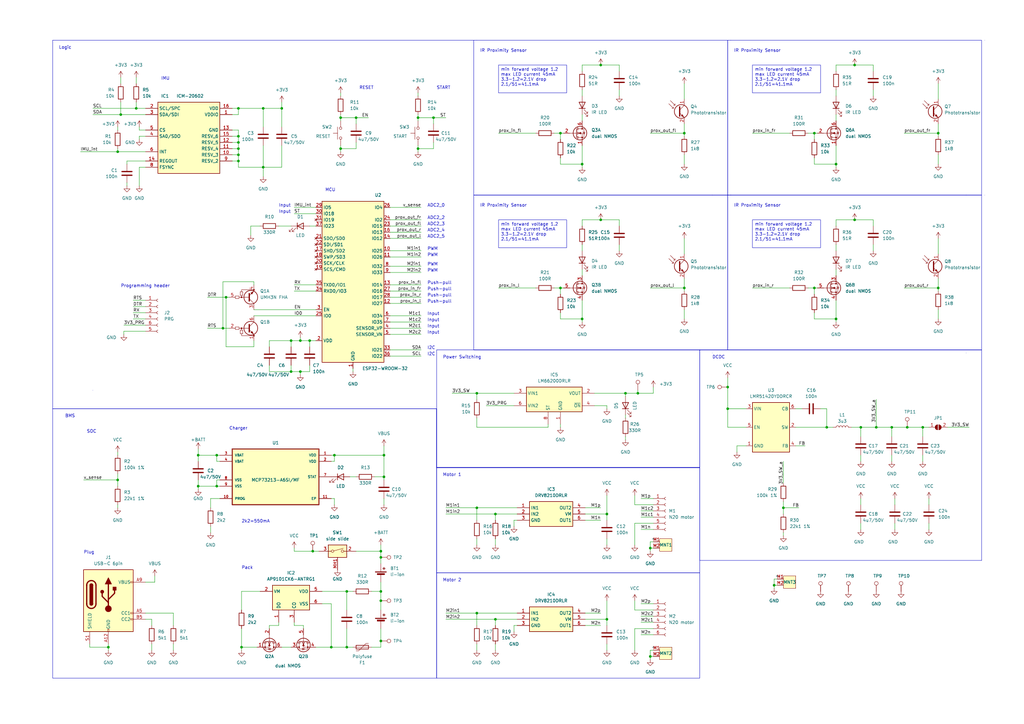
<source format=kicad_sch>
(kicad_sch (version 20230121) (generator eeschema)
  (paper "A3")
  (junction (at 123.19 152.4))
  (junction (at 97.79 60.96))
  (junction (at 246.38 26.67))
  (junction (at 135.89 265.43))
  (junction (at 88.9 199.39))
  (junction (at 359.41 175.26))
  (junction (at 99.06 265.43))
  (junction (at 119.38 152.4))
  (junction (at 266.7 269.24))
  (junction (at 107.95 68.58))
  (junction (at 339.09 175.26))
  (junction (at 350.52 26.67))
  (junction (at 384.81 118.11))
  (junction (at 177.8 48.26))
  (junction (at 248.92 254))
  (junction (at 246.38 90.17))
  (junction (at 171.45 48.26))
  (junction (at 97.79 58.42))
  (junction (at 119.38 139.7))
  (junction (at 350.52 90.17))
  (junction (at 256.54 161.29))
  (junction (at 317.5 240.03))
  (junction (at 266.7 224.79))
  (junction (at 107.95 44.45))
  (junction (at 97.79 55.88))
  (junction (at 261.62 161.29))
  (junction (at 203.2 210.82))
  (junction (at 195.58 251.46))
  (junction (at 48.26 62.23))
  (junction (at 378.46 175.26))
  (junction (at 156.21 262.89))
  (junction (at 195.58 208.28))
  (junction (at 146.05 48.26))
  (junction (at 195.58 161.29))
  (junction (at 156.21 226.06))
  (junction (at 298.45 158.75))
  (junction (at 81.28 186.69))
  (junction (at 248.92 210.82))
  (junction (at 342.9 67.31))
  (junction (at 123.19 139.7))
  (junction (at 203.2 254))
  (junction (at 97.79 66.04))
  (junction (at 115.57 44.45))
  (junction (at 372.11 175.26))
  (junction (at 157.48 195.58))
  (junction (at 342.9 130.81))
  (junction (at 92.71 121.92))
  (junction (at 229.87 118.11))
  (junction (at 97.79 44.45))
  (junction (at 128.27 226.06))
  (junction (at 280.67 118.11))
  (junction (at 156.21 246.38))
  (junction (at 55.88 44.45))
  (junction (at 44.45 265.43))
  (junction (at 280.67 54.61))
  (junction (at 137.16 186.69))
  (junction (at 156.21 242.57))
  (junction (at 365.76 175.26))
  (junction (at 156.21 228.6))
  (junction (at 384.81 54.61))
  (junction (at 229.87 54.61))
  (junction (at 238.76 67.31))
  (junction (at 321.31 208.28))
  (junction (at 91.44 134.62))
  (junction (at 157.48 186.69))
  (junction (at 88.9 186.69))
  (junction (at 127 139.7))
  (junction (at 97.79 63.5))
  (junction (at 48.26 196.85))
  (junction (at 139.7 48.26))
  (junction (at 49.53 46.99))
  (junction (at 298.45 167.64))
  (junction (at 142.24 265.43))
  (junction (at 81.28 199.39))
  (junction (at 238.76 130.81))
  (junction (at 142.24 242.57))
  (junction (at 139.7 60.96))
  (junction (at 353.06 175.26))
  (junction (at 334.01 118.11))
  (junction (at 334.01 54.61))
  (junction (at 171.45 60.96))
  (wire (pts (xy 256.54 179.07) (xy 256.54 180.34)))
  (wire (pts (xy 104.14 142.24) (xy 92.71 142.24)))
  (wire (pts (xy 85.09 121.92) (xy 92.71 121.92)))
  (wire (pts (xy 238.76 26.67) (xy 238.76 29.21)))
  (wire (pts (xy 210.82 256.54) (xy 212.09 256.54)))
  (wire (pts (xy 143.51 195.58) (xy 146.05 195.58)))
  (wire (pts (xy 177.8 58.42) (xy 177.8 60.96)))
  (wire (pts (xy 171.45 38.1) (xy 171.45 39.37)))
  (wire (pts (xy 177.8 60.96) (xy 171.45 60.96)))
  (wire (pts (xy 157.48 186.69) (xy 157.48 195.58)))
  (wire (pts (xy 110.49 149.86) (xy 110.49 152.4)))
  (wire (pts (xy 160.02 102.87) (xy 172.72 102.87)))
  (wire (pts (xy 260.35 207.01) (xy 267.97 207.01)))
  (wire (pts (xy 86.36 208.28) (xy 86.36 204.47)))
  (wire (pts (xy 334.01 67.31) (xy 342.9 67.31)))
  (wire (pts (xy 266.7 269.24) (xy 266.7 270.51)))
  (wire (pts (xy 240.03 256.54) (xy 246.38 256.54)))
  (wire (pts (xy 229.87 54.61) (xy 231.14 54.61)))
  (wire (pts (xy 139.7 48.26) (xy 139.7 49.53)))
  (wire (pts (xy 160.02 97.79) (xy 172.72 97.79)))
  (wire (pts (xy 102.87 92.71) (xy 102.87 96.52)))
  (wire (pts (xy 119.38 139.7) (xy 123.19 139.7)))
  (wire (pts (xy 262.89 260.35) (xy 267.97 260.35)))
  (wire (pts (xy 280.67 118.11) (xy 280.67 119.38)))
  (wire (pts (xy 256.54 161.29) (xy 261.62 161.29)))
  (wire (pts (xy 342.9 90.17) (xy 342.9 92.71)))
  (wire (pts (xy 110.49 152.4) (xy 119.38 152.4)))
  (wire (pts (xy 97.79 46.99) (xy 97.79 44.45)))
  (wire (pts (xy 160.02 129.54) (xy 172.72 129.54)))
  (wire (pts (xy 124.46 256.54) (xy 120.65 256.54)))
  (wire (pts (xy 156.21 228.6) (xy 156.21 226.06)))
  (wire (pts (xy 120.65 256.54) (xy 120.65 255.27)))
  (wire (pts (xy 48.26 52.07) (xy 48.26 53.34)))
  (wire (pts (xy 185.42 161.29) (xy 195.58 161.29)))
  (wire (pts (xy 248.92 220.98) (xy 248.92 223.52)))
  (wire (pts (xy 160.02 143.51) (xy 172.72 143.51)))
  (wire (pts (xy 55.88 44.45) (xy 55.88 41.91)))
  (wire (pts (xy 365.76 175.26) (xy 372.11 175.26)))
  (wire (pts (xy 171.45 60.96) (xy 171.45 59.69)))
  (wire (pts (xy 95.25 58.42) (xy 97.79 58.42)))
  (wire (pts (xy 266.7 224.79) (xy 266.7 226.06)))
  (polyline (pts (xy 287.02 143.51) (xy 402.59 143.51)))
  (wire (pts (xy 248.92 203.2) (xy 248.92 210.82)))
  (wire (pts (xy 44.45 264.16) (xy 44.45 265.43)))
  (wire (pts (xy 106.68 92.71) (xy 102.87 92.71)))
  (wire (pts (xy 254 92.71) (xy 254 90.17)))
  (wire (pts (xy 110.49 142.24) (xy 110.49 139.7)))
  (wire (pts (xy 246.38 90.17) (xy 254 90.17)))
  (wire (pts (xy 254 29.21) (xy 254 26.67)))
  (wire (pts (xy 262.89 247.65) (xy 267.97 247.65)))
  (wire (pts (xy 298.45 175.26) (xy 306.07 175.26)))
  (wire (pts (xy 210.82 259.08) (xy 210.82 256.54)))
  (wire (pts (xy 195.58 161.29) (xy 195.58 163.83)))
  (wire (pts (xy 104.14 129.54) (xy 129.54 129.54)))
  (wire (pts (xy 95.25 63.5) (xy 97.79 63.5)))
  (wire (pts (xy 321.31 205.74) (xy 321.31 208.28)))
  (polyline (pts (xy 402.59 143.51) (xy 402.59 229.87)))
  (wire (pts (xy 260.35 214.63) (xy 267.97 214.63)))
  (wire (pts (xy 54.61 123.19) (xy 59.69 123.19)))
  (wire (pts (xy 123.19 138.43) (xy 123.19 139.7)))
  (wire (pts (xy 36.83 265.43) (xy 44.45 265.43)))
  (wire (pts (xy 95.25 55.88) (xy 97.79 55.88)))
  (wire (pts (xy 71.12 264.16) (xy 71.12 266.7)))
  (wire (pts (xy 97.79 60.96) (xy 97.79 58.42)))
  (wire (pts (xy 57.15 68.58) (xy 57.15 76.2)))
  (wire (pts (xy 90.17 189.23) (xy 88.9 189.23)))
  (wire (pts (xy 238.76 26.67) (xy 246.38 26.67)))
  (wire (pts (xy 238.76 59.69) (xy 238.76 67.31)))
  (wire (pts (xy 97.79 66.04) (xy 97.79 63.5)))
  (wire (pts (xy 57.15 68.58) (xy 59.69 68.58)))
  (wire (pts (xy 157.48 186.69) (xy 157.48 182.88)))
  (wire (pts (xy 99.06 265.43) (xy 99.06 266.7)))
  (wire (pts (xy 262.89 252.73) (xy 267.97 252.73)))
  (wire (pts (xy 195.58 161.29) (xy 210.82 161.29)))
  (wire (pts (xy 342.9 67.31) (xy 342.9 68.58)))
  (wire (pts (xy 334.01 54.61) (xy 335.28 54.61)))
  (wire (pts (xy 262.89 255.27) (xy 267.97 255.27)))
  (wire (pts (xy 135.89 189.23) (xy 137.16 189.23)))
  (wire (pts (xy 88.9 186.69) (xy 81.28 186.69)))
  (wire (pts (xy 229.87 118.11) (xy 229.87 120.65)))
  (wire (pts (xy 114.3 92.71) (xy 119.38 92.71)))
  (wire (pts (xy 38.1 44.45) (xy 55.88 44.45)))
  (wire (pts (xy 160.02 90.17) (xy 172.72 90.17)))
  (wire (pts (xy 262.89 217.17) (xy 267.97 217.17)))
  (wire (pts (xy 195.58 220.98) (xy 195.58 223.52)))
  (wire (pts (xy 156.21 223.52) (xy 156.21 226.06)))
  (wire (pts (xy 50.8 137.16) (xy 50.8 135.89)))
  (wire (pts (xy 326.39 182.88) (xy 330.2 182.88)))
  (wire (pts (xy 146.05 48.26) (xy 151.13 48.26)))
  (wire (pts (xy 384.81 54.61) (xy 384.81 55.88)))
  (wire (pts (xy 378.46 186.69) (xy 378.46 189.23)))
  (wire (pts (xy 334.01 130.81) (xy 342.9 130.81)))
  (wire (pts (xy 156.21 257.81) (xy 156.21 262.89)))
  (wire (pts (xy 160.02 95.25) (xy 172.72 95.25)))
  (wire (pts (xy 378.46 175.26) (xy 381 175.26)))
  (wire (pts (xy 160.02 85.09) (xy 172.72 85.09)))
  (wire (pts (xy 248.92 166.37) (xy 248.92 167.64)))
  (wire (pts (xy 358.14 29.21) (xy 358.14 26.67)))
  (wire (pts (xy 44.45 266.7) (xy 44.45 265.43)))
  (wire (pts (xy 238.76 90.17) (xy 246.38 90.17)))
  (wire (pts (xy 203.2 254) (xy 203.2 256.54)))
  (wire (pts (xy 384.81 118.11) (xy 384.81 119.38)))
  (wire (pts (xy 123.19 139.7) (xy 127 139.7)))
  (wire (pts (xy 353.06 179.07) (xy 353.06 175.26)))
  (wire (pts (xy 246.38 26.67) (xy 254 26.67)))
  (wire (pts (xy 342.9 130.81) (xy 342.9 132.08)))
  (wire (pts (xy 280.67 34.29) (xy 280.67 40.64)))
  (wire (pts (xy 137.16 204.47) (xy 135.89 204.47)))
  (wire (pts (xy 88.9 196.85) (xy 88.9 199.39)))
  (wire (pts (xy 370.84 118.11) (xy 384.81 118.11)))
  (wire (pts (xy 115.57 41.91) (xy 115.57 44.45)))
  (wire (pts (xy 106.68 242.57) (xy 99.06 242.57)))
  (wire (pts (xy 342.9 46.99) (xy 342.9 49.53)))
  (wire (pts (xy 262.89 212.09) (xy 267.97 212.09)))
  (wire (pts (xy 353.06 217.17) (xy 353.06 214.63)))
  (wire (pts (xy 107.95 44.45) (xy 115.57 44.45)))
  (wire (pts (xy 171.45 46.99) (xy 171.45 48.26)))
  (wire (pts (xy 95.25 46.99) (xy 97.79 46.99)))
  (wire (pts (xy 104.14 142.24) (xy 104.14 139.7)))
  (wire (pts (xy 120.65 85.09) (xy 129.54 85.09)))
  (wire (pts (xy 334.01 64.77) (xy 334.01 67.31)))
  (wire (pts (xy 203.2 264.16) (xy 203.2 266.7)))
  (polyline (pts (xy 21.59 16.51) (xy 21.59 167.64)))
  (wire (pts (xy 262.89 204.47) (xy 267.97 204.47)))
  (wire (pts (xy 146.05 58.42) (xy 146.05 60.96)))
  (wire (pts (xy 326.39 175.26) (xy 339.09 175.26)))
  (wire (pts (xy 238.76 67.31) (xy 238.76 68.58)))
  (wire (pts (xy 298.45 154.94) (xy 298.45 158.75)))
  (wire (pts (xy 248.92 210.82) (xy 240.03 210.82)))
  (wire (pts (xy 350.52 26.67) (xy 358.14 26.67)))
  (wire (pts (xy 99.06 265.43) (xy 99.06 257.81)))
  (wire (pts (xy 57.15 53.34) (xy 57.15 52.07)))
  (wire (pts (xy 97.79 63.5) (xy 97.79 60.96)))
  (wire (pts (xy 280.67 127) (xy 280.67 130.81)))
  (wire (pts (xy 238.76 90.17) (xy 238.76 92.71)))
  (wire (pts (xy 135.89 247.65) (xy 135.89 265.43)))
  (wire (pts (xy 260.35 250.19) (xy 267.97 250.19)))
  (wire (pts (xy 372.11 175.26) (xy 378.46 175.26)))
  (wire (pts (xy 90.17 196.85) (xy 88.9 196.85)))
  (wire (pts (xy 359.41 175.26) (xy 365.76 175.26)))
  (wire (pts (xy 105.41 265.43) (xy 99.06 265.43)))
  (wire (pts (xy 331.47 118.11) (xy 334.01 118.11)))
  (wire (pts (xy 59.69 251.46) (xy 71.12 251.46)))
  (wire (pts (xy 308.61 54.61) (xy 323.85 54.61)))
  (wire (pts (xy 139.7 60.96) (xy 139.7 62.23)))
  (wire (pts (xy 248.92 254) (xy 248.92 256.54)))
  (wire (pts (xy 256.54 170.18) (xy 256.54 171.45)))
  (wire (pts (xy 260.35 207.01) (xy 260.35 203.2)))
  (wire (pts (xy 318.77 237.49) (xy 317.5 237.49)))
  (wire (pts (xy 248.92 210.82) (xy 248.92 213.36)))
  (wire (pts (xy 36.83 264.16) (xy 36.83 265.43)))
  (wire (pts (xy 195.58 175.26) (xy 224.79 175.26)))
  (wire (pts (xy 160.02 121.92) (xy 172.72 121.92)))
  (wire (pts (xy 177.8 48.26) (xy 182.88 48.26)))
  (wire (pts (xy 182.88 254) (xy 203.2 254)))
  (wire (pts (xy 227.33 118.11) (xy 229.87 118.11)))
  (wire (pts (xy 97.79 53.34) (xy 95.25 53.34)))
  (wire (pts (xy 262.89 209.55) (xy 267.97 209.55)))
  (wire (pts (xy 326.39 167.64) (xy 328.93 167.64)))
  (wire (pts (xy 88.9 199.39) (xy 81.28 199.39)))
  (wire (pts (xy 229.87 64.77) (xy 229.87 67.31)))
  (wire (pts (xy 248.92 254) (xy 240.03 254)))
  (wire (pts (xy 358.14 36.83) (xy 358.14 39.37)))
  (wire (pts (xy 384.81 127) (xy 384.81 130.81)))
  (wire (pts (xy 365.76 186.69) (xy 365.76 189.23)))
  (wire (pts (xy 342.9 26.67) (xy 350.52 26.67)))
  (wire (pts (xy 81.28 199.39) (xy 81.28 200.66)))
  (wire (pts (xy 49.53 46.99) (xy 49.53 41.91)))
  (wire (pts (xy 266.7 269.24) (xy 267.97 269.24)))
  (wire (pts (xy 160.02 116.84) (xy 172.72 116.84)))
  (wire (pts (xy 334.01 54.61) (xy 334.01 57.15)))
  (wire (pts (xy 107.95 72.39) (xy 107.95 68.58)))
  (wire (pts (xy 115.57 265.43) (xy 119.38 265.43)))
  (wire (pts (xy 204.47 118.11) (xy 219.71 118.11)))
  (wire (pts (xy 254 100.33) (xy 254 102.87)))
  (wire (pts (xy 336.55 167.64) (xy 339.09 167.64)))
  (wire (pts (xy 334.01 128.27) (xy 334.01 130.81)))
  (wire (pts (xy 229.87 54.61) (xy 229.87 57.15)))
  (wire (pts (xy 59.69 254) (xy 62.23 254)))
  (wire (pts (xy 229.87 118.11) (xy 231.14 118.11)))
  (wire (pts (xy 381 204.47) (xy 381 207.01)))
  (wire (pts (xy 104.14 127) (xy 129.54 127)))
  (wire (pts (xy 49.53 46.99) (xy 59.69 46.99)))
  (wire (pts (xy 146.05 50.8) (xy 146.05 48.26)))
  (wire (pts (xy 317.5 240.03) (xy 317.5 241.3)))
  (wire (pts (xy 302.26 182.88) (xy 302.26 185.42)))
  (wire (pts (xy 280.67 63.5) (xy 280.67 67.31)))
  (wire (pts (xy 52.07 76.2) (xy 52.07 74.93)))
  (wire (pts (xy 81.28 196.85) (xy 81.28 199.39)))
  (wire (pts (xy 266.7 266.7) (xy 266.7 269.24)))
  (wire (pts (xy 266.7 54.61) (xy 280.67 54.61)))
  (wire (pts (xy 57.15 55.88) (xy 57.15 57.15)))
  (wire (pts (xy 120.65 116.84) (xy 129.54 116.84)))
  (wire (pts (xy 204.47 54.61) (xy 219.71 54.61)))
  (wire (pts (xy 266.7 222.25) (xy 266.7 224.79)))
  (wire (pts (xy 308.61 118.11) (xy 323.85 118.11)))
  (wire (pts (xy 342.9 110.49) (xy 342.9 113.03)))
  (wire (pts (xy 115.57 68.58) (xy 107.95 68.58)))
  (wire (pts (xy 358.14 100.33) (xy 358.14 102.87)))
  (wire (pts (xy 156.21 238.76) (xy 156.21 242.57)))
  (wire (pts (xy 267.97 222.25) (xy 266.7 222.25)))
  (wire (pts (xy 195.58 251.46) (xy 212.09 251.46)))
  (wire (pts (xy 97.79 58.42) (xy 97.79 55.88)))
  (wire (pts (xy 92.71 121.92) (xy 93.98 121.92)))
  (wire (pts (xy 34.29 196.85) (xy 48.26 196.85)))
  (wire (pts (xy 152.4 242.57) (xy 156.21 242.57)))
  (wire (pts (xy 119.38 152.4) (xy 123.19 152.4)))
  (wire (pts (xy 160.02 92.71) (xy 172.72 92.71)))
  (wire (pts (xy 48.26 207.01) (xy 48.26 208.28)))
  (wire (pts (xy 146.05 60.96) (xy 139.7 60.96)))
  (wire (pts (xy 334.01 118.11) (xy 334.01 120.65)))
  (wire (pts (xy 384.81 50.8) (xy 384.81 54.61)))
  (wire (pts (xy 266.7 118.11) (xy 280.67 118.11)))
  (wire (pts (xy 243.84 166.37) (xy 248.92 166.37)))
  (wire (pts (xy 110.49 256.54) (xy 114.3 256.54)))
  (wire (pts (xy 195.58 264.16) (xy 195.58 266.7)))
  (wire (pts (xy 81.28 189.23) (xy 81.28 186.69)))
  (wire (pts (xy 224.79 175.26) (xy 224.79 173.99)))
  (wire (pts (xy 160.02 124.46) (xy 172.72 124.46)))
  (wire (pts (xy 107.95 59.69) (xy 107.95 68.58)))
  (wire (pts (xy 38.1 46.99) (xy 49.53 46.99)))
  (wire (pts (xy 195.58 208.28) (xy 195.58 213.36)))
  (wire (pts (xy 157.48 195.58) (xy 157.48 196.85)))
  (wire (pts (xy 132.08 247.65) (xy 135.89 247.65)))
  (wire (pts (xy 160.02 137.16) (xy 172.72 137.16)))
  (polyline (pts (xy 287.02 229.87) (xy 287.02 143.51)))
  (wire (pts (xy 384.81 34.29) (xy 384.81 40.64)))
  (wire (pts (xy 104.14 115.57) (xy 104.14 116.84)))
  (wire (pts (xy 157.48 204.47) (xy 157.48 207.01)))
  (wire (pts (xy 266.7 224.79) (xy 267.97 224.79)))
  (polyline (pts (xy 179.07 191.77) (xy 287.02 191.77)))
  (wire (pts (xy 229.87 130.81) (xy 238.76 130.81)))
  (wire (pts (xy 321.31 218.44) (xy 321.31 219.71)))
  (wire (pts (xy 33.02 62.23) (xy 48.26 62.23)))
  (wire (pts (xy 97.79 68.58) (xy 107.95 68.58)))
  (wire (pts (xy 59.69 55.88) (xy 57.15 55.88)))
  (wire (pts (xy 146.05 48.26) (xy 139.7 48.26)))
  (wire (pts (xy 160.02 119.38) (xy 172.72 119.38)))
  (wire (pts (xy 243.84 161.29) (xy 256.54 161.29)))
  (wire (pts (xy 203.2 210.82) (xy 203.2 213.36)))
  (wire (pts (xy 240.03 213.36) (xy 246.38 213.36)))
  (wire (pts (xy 88.9 189.23) (xy 88.9 186.69)))
  (wire (pts (xy 238.76 123.19) (xy 238.76 130.81)))
  (wire (pts (xy 135.89 186.69) (xy 137.16 186.69)))
  (wire (pts (xy 353.06 186.69) (xy 353.06 189.23)))
  (wire (pts (xy 254 36.83) (xy 254 39.37)))
  (wire (pts (xy 137.16 186.69) (xy 157.48 186.69)))
  (wire (pts (xy 48.26 60.96) (xy 48.26 62.23)))
  (wire (pts (xy 238.76 110.49) (xy 238.76 113.03)))
  (polyline (pts (xy 402.59 229.87) (xy 287.02 229.87)))
  (wire (pts (xy 120.65 87.63) (xy 129.54 87.63)))
  (wire (pts (xy 156.21 262.89) (xy 156.21 265.43)))
  (wire (pts (xy 331.47 54.61) (xy 334.01 54.61)))
  (wire (pts (xy 238.76 36.83) (xy 238.76 39.37)))
  (wire (pts (xy 381 214.63) (xy 381 217.17)))
  (wire (pts (xy 120.65 226.06) (xy 120.65 224.79)))
  (wire (pts (xy 127 139.7) (xy 127 142.24)))
  (wire (pts (xy 119.38 142.24) (xy 119.38 139.7)))
  (wire (pts (xy 52.07 66.04) (xy 59.69 66.04)))
  (wire (pts (xy 384.81 114.3) (xy 384.81 118.11)))
  (wire (pts (xy 171.45 48.26) (xy 171.45 49.53)))
  (wire (pts (xy 54.61 128.27) (xy 59.69 128.27)))
  (wire (pts (xy 62.23 264.16) (xy 62.23 266.7)))
  (wire (pts (xy 95.25 66.04) (xy 97.79 66.04)))
  (wire (pts (xy 107.95 44.45) (xy 107.95 52.07)))
  (wire (pts (xy 160.02 134.62) (xy 172.72 134.62)))
  (wire (pts (xy 334.01 118.11) (xy 335.28 118.11)))
  (wire (pts (xy 388.62 175.26) (xy 397.51 175.26)))
  (wire (pts (xy 104.14 115.57) (xy 91.44 115.57)))
  (wire (pts (xy 229.87 173.99) (xy 229.87 175.26)))
  (wire (pts (xy 317.5 237.49) (xy 317.5 240.03)))
  (wire (pts (xy 48.26 62.23) (xy 59.69 62.23)))
  (wire (pts (xy 97.79 55.88) (xy 97.79 53.34)))
  (wire (pts (xy 370.84 54.61) (xy 384.81 54.61)))
  (wire (pts (xy 86.36 215.9) (xy 86.36 218.44)))
  (wire (pts (xy 156.21 246.38) (xy 156.21 250.19)))
  (wire (pts (xy 358.14 92.71) (xy 358.14 90.17)))
  (wire (pts (xy 119.38 149.86) (xy 119.38 152.4)))
  (wire (pts (xy 99.06 242.57) (xy 99.06 250.19)))
  (wire (pts (xy 342.9 123.19) (xy 342.9 130.81)))
  (wire (pts (xy 280.67 114.3) (xy 280.67 118.11)))
  (wire (pts (xy 127 139.7) (xy 129.54 139.7)))
  (wire (pts (xy 48.26 196.85) (xy 48.26 199.39)))
  (wire (pts (xy 123.19 152.4) (xy 123.19 153.67)))
  (wire (pts (xy 91.44 115.57) (xy 91.44 134.62)))
  (wire (pts (xy 135.89 265.43) (xy 142.24 265.43)))
  (wire (pts (xy 342.9 100.33) (xy 342.9 102.87)))
  (wire (pts (xy 210.82 166.37) (xy 199.39 166.37)))
  (wire (pts (xy 195.58 208.28) (xy 212.09 208.28)))
  (wire (pts (xy 378.46 179.07) (xy 378.46 175.26)))
  (wire (pts (xy 139.7 60.96) (xy 139.7 59.69)))
  (wire (pts (xy 160.02 105.41) (xy 172.72 105.41)))
  (wire (pts (xy 114.3 256.54) (xy 114.3 255.27)))
  (wire (pts (xy 152.4 265.43) (xy 156.21 265.43)))
  (wire (pts (xy 160.02 146.05) (xy 172.72 146.05)))
  (wire (pts (xy 280.67 97.79) (xy 280.67 104.14)))
  (wire (pts (xy 342.9 59.69) (xy 342.9 67.31)))
  (wire (pts (xy 115.57 52.07) (xy 115.57 44.45)))
  (wire (pts (xy 142.24 242.57) (xy 144.78 242.57)))
  (wire (pts (xy 353.06 204.47) (xy 353.06 207.01)))
  (wire (pts (xy 97.79 68.58) (xy 97.79 66.04)))
  (wire (pts (xy 137.16 189.23) (xy 137.16 186.69)))
  (wire (pts (xy 156.21 228.6) (xy 156.21 231.14)))
  (wire (pts (xy 146.05 226.06) (xy 156.21 226.06)))
  (wire (pts (xy 171.45 60.96) (xy 171.45 62.23)))
  (wire (pts (xy 153.67 195.58) (xy 157.48 195.58)))
  (wire (pts (xy 342.9 36.83) (xy 342.9 39.37)))
  (wire (pts (xy 142.24 265.43) (xy 144.78 265.43)))
  (wire (pts (xy 71.12 251.46) (xy 71.12 256.54)))
  (wire (pts (xy 339.09 167.64) (xy 339.09 175.26)))
  (wire (pts (xy 353.06 175.26) (xy 359.41 175.26)))
  (wire (pts (xy 367.03 204.47) (xy 367.03 207.01)))
  (wire (pts (xy 267.97 158.75) (xy 267.97 161.29)))
  (wire (pts (xy 48.26 185.42) (xy 48.26 186.69)))
  (wire (pts (xy 298.45 158.75) (xy 298.45 167.64)))
  (wire (pts (xy 342.9 26.67) (xy 342.9 29.21)))
  (wire (pts (xy 229.87 67.31) (xy 238.76 67.31)))
  (polyline (pts (xy 179.07 167.64) (xy 179.07 191.77)))
  (wire (pts (xy 229.87 128.27) (xy 229.87 130.81)))
  (wire (pts (xy 182.88 251.46) (xy 195.58 251.46)))
  (wire (pts (xy 115.57 59.69) (xy 115.57 68.58)))
  (wire (pts (xy 54.61 130.81) (xy 59.69 130.81)))
  (wire (pts (xy 139.7 46.99) (xy 139.7 48.26)))
  (wire (pts (xy 359.41 163.83) (xy 359.41 175.26)))
  (wire (pts (xy 128.27 226.06) (xy 130.81 226.06)))
  (wire (pts (xy 137.16 207.01) (xy 137.16 204.47)))
  (wire (pts (xy 350.52 90.17) (xy 358.14 90.17)))
  (wire (pts (xy 203.2 210.82) (xy 212.09 210.82)))
  (wire (pts (xy 90.17 199.39) (xy 88.9 199.39)))
  (polyline (pts (xy 194.31 16.51) (xy 21.59 16.51)))
  (wire (pts (xy 240.03 251.46) (xy 246.38 251.46)))
  (wire (pts (xy 298.45 167.64) (xy 306.07 167.64)))
  (wire (pts (xy 367.03 217.17) (xy 367.03 214.63)))
  (wire (pts (xy 91.44 134.62) (xy 93.98 134.62)))
  (wire (pts (xy 203.2 254) (xy 212.09 254)))
  (wire (pts (xy 110.49 139.7) (xy 119.38 139.7)))
  (wire (pts (xy 120.65 226.06) (xy 128.27 226.06)))
  (wire (pts (xy 120.65 119.38) (xy 129.54 119.38)))
  (wire (pts (xy 55.88 31.75) (xy 55.88 34.29)))
  (wire (pts (xy 302.26 182.88) (xy 306.07 182.88)))
  (wire (pts (xy 195.58 251.46) (xy 195.58 256.54)))
  (wire (pts (xy 210.82 215.9) (xy 210.82 213.36)))
  (wire (pts (xy 62.23 254) (xy 62.23 256.54)))
  (polyline (pts (xy 21.59 167.64) (xy 179.07 167.64)))
  (wire (pts (xy 365.76 179.07) (xy 365.76 175.26)))
  (wire (pts (xy 342.9 90.17) (xy 350.52 90.17)))
  (wire (pts (xy 248.92 264.16) (xy 248.92 266.7)))
  (wire (pts (xy 227.33 54.61) (xy 229.87 54.61)))
  (wire (pts (xy 261.62 160.02) (xy 261.62 161.29)))
  (wire (pts (xy 321.31 189.23) (xy 321.31 198.12)))
  (wire (pts (xy 156.21 242.57) (xy 156.21 246.38)))
  (wire (pts (xy 95.25 60.96) (xy 97.79 60.96)))
  (wire (pts (xy 384.81 63.5) (xy 384.81 67.31)))
  (wire (pts (xy 248.92 246.38) (xy 248.92 254)))
  (wire (pts (xy 142.24 242.57) (xy 142.24 250.19)))
  (wire (pts (xy 49.53 31.75) (xy 49.53 34.29)))
  (wire (pts (xy 139.7 38.1) (xy 139.7 39.37)))
  (wire (pts (xy 90.17 186.69) (xy 88.9 186.69)))
  (wire (pts (xy 85.09 134.62) (xy 91.44 134.62)))
  (wire (pts (xy 256.54 161.29) (xy 256.54 162.56)))
  (wire (pts (xy 59.69 53.34) (xy 57.15 53.34)))
  (wire (pts (xy 129.54 265.43) (xy 135.89 265.43)))
  (wire (pts (xy 317.5 240.03) (xy 318.77 240.03)))
  (wire (pts (xy 50.8 133.35) (xy 59.69 133.35)))
  (wire (pts (xy 267.97 161.29) (xy 261.62 161.29)))
  (wire (pts (xy 124.46 257.81) (xy 124.46 256.54)))
  (wire (pts (xy 203.2 220.98) (xy 203.2 223.52)))
  (wire (pts (xy 97.79 44.45) (xy 95.25 44.45)))
  (wire (pts (xy 260.35 257.81) (xy 260.35 266.7)))
  (wire (pts (xy 280.67 50.8) (xy 280.67 54.61)))
  (wire (pts (xy 260.35 214.63) (xy 260.35 223.52)))
  (wire (pts (xy 177.8 48.26) (xy 171.45 48.26)))
  (wire (pts (xy 160.02 109.22) (xy 172.72 109.22)))
  (wire (pts (xy 142.24 265.43) (xy 142.24 257.81)))
  (wire (pts (xy 81.28 186.69) (xy 81.28 184.15)))
  (wire (pts (xy 384.81 97.79) (xy 384.81 104.14)))
  (wire (pts (xy 238.76 46.99) (xy 238.76 49.53)))
  (wire (pts (xy 321.31 208.28) (xy 321.31 210.82)))
  (wire (pts (xy 260.35 250.19) (xy 260.35 246.38)))
  (wire (pts (xy 92.71 142.24) (xy 92.71 121.92)))
  (wire (pts (xy 48.26 194.31) (xy 48.26 196.85)))
  (wire (pts (xy 267.97 266.7) (xy 266.7 266.7)))
  (wire (pts (xy 210.82 213.36) (xy 212.09 213.36)))
  (wire (pts (xy 132.08 242.57) (xy 142.24 242.57)))
  (wire (pts (xy 349.25 175.26) (xy 353.06 175.26)))
  (wire (pts (xy 110.49 257.81) (xy 110.49 256.54)))
  (wire (pts (xy 280.67 54.61) (xy 280.67 55.88)))
  (wire (pts (xy 97.79 44.45) (xy 107.95 44.45)))
  (wire (pts (xy 321.31 208.28) (xy 327.66 208.28)))
  (wire (pts (xy 195.58 171.45) (xy 195.58 175.26)))
  (wire (pts (xy 123.19 152.4) (xy 127 152.4)))
  (wire (pts (xy 50.8 135.89) (xy 59.69 135.89)))
  (wire (pts (xy 127 149.86) (xy 127 152.4)))
  (wire (pts (xy 182.88 210.82) (xy 203.2 210.82)))
  (wire (pts (xy 127 92.71) (xy 129.54 92.71)))
  (wire (pts (xy 182.88 208.28) (xy 195.58 208.28)))
  (wire (pts (xy 63.5 238.76) (xy 63.5 236.22)))
  (wire (pts (xy 54.61 125.73) (xy 59.69 125.73)))
  (wire (pts (xy 339.09 175.26) (xy 341.63 175.26)))
  (wire (pts (xy 238.76 100.33) (xy 238.76 102.87)))
  (wire (pts (xy 177.8 50.8) (xy 177.8 48.26)))
  (wire (pts (xy 86.36 204.47) (xy 90.17 204.47)))
  (wire (pts (xy 240.03 208.28) (xy 246.38 208.28)))
  (wire (pts (xy 52.07 66.04) (xy 52.07 67.31)))
  (wire (pts (xy 59.69 44.45) (xy 55.88 44.45)))
  (wire (pts (xy 144.78 151.13) (xy 144.78 152.4)))
  (wire (pts (xy 160.02 132.08) (xy 172.72 132.08)))
  (wire (pts (xy 260.35 257.81) (xy 267.97 257.81)))
  (wire (pts (xy 298.45 175.26) (xy 298.45 167.64)))
  (wire (pts (xy 160.02 111.76) (xy 172.72 111.76)))
  (wire (pts (xy 59.69 238.76) (xy 63.5 238.76)))
  (wire (pts (xy 238.76 130.81) (xy 238.76 132.08)))
  (rectangle (start 179.07 143.51) (end 287.02 191.77))
  (rectangle (start 179.07 234.95) (end 287.02 278.13))
  (rectangle (start 403.86 16.51) (end 403.86 16.51))
  (rectangle (start 299.72 80.01) (end 299.72 80.01))
  (rectangle (start 299.72 16.51) (end 299.72 16.51))
  (rectangle (start 299.72 80.01) (end 299.72 80.01))
  (rectangle (start 195.58 16.51) (end 195.58 16.51))
  (rectangle (start 396.24 144.78) (end 396.24 144.78))
  (rectangle (start 179.07 191.77) (end 287.02 234.95))
  (rectangle (start 299.72 16.51) (end 299.72 16.51))
  (rectangle (start 194.31 16.51) (end 298.45 80.01))
  (rectangle (start 298.45 80.01) (end 402.59 143.51))
  (rectangle (start 21.59 167.64) (end 179.07 278.13))
  (rectangle (start 292.1 144.78) (end 292.1 144.78))
  (rectangle (start 194.31 80.01) (end 298.45 143.51))
  (rectangle (start 403.86 80.01) (end 403.86 80.01))
  (rectangle (start 396.24 80.01) (end 396.24 80.01))
  (rectangle (start 292.1 80.01) (end 292.1 80.01))
  (rectangle (start 38.1 160.02) (end 38.1 160.02))
  (rectangle (start 195.58 80.01) (end 195.58 80.01))
  (rectangle (start 298.45 16.51) (end 402.59 80.01))
  (text_box "min forward voltage 1.2\nmax LED current 45mA\n3.3-1.2=2.1V drop\n2.1/51=41.1mA" (at 308.61 26.67 0) (size 27.94 11.43) (effects (font (size 1.27 1.27)) (justify left top)))
  (text_box "min forward voltage 1.2\nmax LED current 45mA\n3.3-1.2=2.1V drop\n2.1/51=41.1mA" (at 308.61 90.17 0) (size 27.94 11.43) (effects (font (size 1.27 1.27)) (justify left top)))
  (text_box "min forward voltage 1.2\nmax LED current 45mA\n3.3-1.2=2.1V drop\n2.1/51=41.1mA" (at 204.47 26.67 0) (size 27.94 11.43) (effects (font (size 1.27 1.27)) (justify left top)))
  (text_box "min forward voltage 1.2\nmax LED current 45mA\n3.3-1.2=2.1V drop\n2.1/51=41.1mA" (at 204.47 90.17 0) (size 27.94 11.43) (effects (font (size 1.27 1.27)) (justify left top)))
  (text "Charger" (at 93.98 176.53 0) (effects (font (size 1.27 1.27)) (justify left bottom)))
  (text "IR Proximity Sensor" (at 196.85 85.09 0) (effects (font (size 1.27 1.27)) (justify left bottom)))
  (text "ADC2_0\n" (at 175.26 85.09 0) (effects (font (size 1.27 1.27)) (justify left bottom)))
  (text "IR Proximity Sensor" (at 300.99 85.09 0) (effects (font (size 1.27 1.27)) (justify left bottom)))
  (text "MCU" (at 133.35 78.74 0) (effects (font (size 1.27 1.27)) (justify left bottom)))
  (text "PWM" (at 175.26 105.41 0) (effects (font (size 1.27 1.27)) (justify left bottom)))
  (text "Input\n" (at 114.3 85.09 0) (effects (font (size 1.27 1.27)) (justify left bottom)))
  (text "IMU" (at 66.04 33.02 0) (effects (font (size 1.27 1.27)) (justify left bottom)))
  (text "ADC2_2\n" (at 175.26 90.17 0) (effects (font (size 1.27 1.27)) (justify left bottom)))
  (text "START" (at 179.07 36.83 0) (effects (font (size 1.27 1.27)) (justify left bottom)))
  (text "ADC2_4\n" (at 175.26 95.25 0) (effects (font (size 1.27 1.27)) (justify left bottom)))
  (text "ADC2_3\n" (at 175.26 92.71 0) (effects (font (size 1.27 1.27)) (justify left bottom)))
  (text "2k2=550mA" (at 99.06 214.63 0) (effects (font (size 1.27 1.27)) (justify left bottom)))
  (text "Logic\n" (at 24.13 20.32 0) (effects (font (size 1.27 1.27)) (justify left bottom)))
  (text "BMS" (at 26.67 171.45 0) (effects (font (size 1.27 1.27)) (justify left bottom)))
  (text "PWM" (at 175.26 111.76 0) (effects (font (size 1.27 1.27)) (justify left bottom)))
  (text "I2C\n" (at 175.26 143.51 0) (effects (font (size 1.27 1.27)) (justify left bottom)))
  (text "Power Switching" (at 181.61 147.32 0) (effects (font (size 1.27 1.27)) (justify left bottom)))
  (text "Programming header\n" (at 49.53 118.11 0) (effects (font (size 1.27 1.27)) (justify left bottom)))
  (text "Input\n" (at 175.26 134.62 0) (effects (font (size 1.27 1.27)) (justify left bottom)))
  (text "Input\n" (at 175.26 137.16 0) (effects (font (size 1.27 1.27)) (justify left bottom)))
  (text "Input\n" (at 175.26 132.08 0) (effects (font (size 1.27 1.27)) (justify left bottom)))
  (text "PWM" (at 175.26 102.87 0) (effects (font (size 1.27 1.27)) (justify left bottom)))
  (text "Motor 1" (at 181.61 195.58 0) (effects (font (size 1.27 1.27)) (justify left bottom)))
  (text "DCDC" (at 292.1 147.32 0) (effects (font (size 1.27 1.27)) (justify left bottom)))
  (text "Push-pull" (at 175.26 121.92 0) (effects (font (size 1.27 1.27)) (justify left bottom)))
  (text "Input\n" (at 114.3 87.63 0) (effects (font (size 1.27 1.27)) (justify left bottom)))
  (text "SOC" (at 35.56 177.8 0) (effects (font (size 1.27 1.27)) (justify left bottom)))
  (text "I2C\n" (at 175.26 146.05 0) (effects (font (size 1.27 1.27)) (justify left bottom)))
  (text "Input\n" (at 175.26 129.54 0) (effects (font (size 1.27 1.27)) (justify left bottom)))
  (text "Push-pull" (at 175.26 116.84 0) (effects (font (size 1.27 1.27)) (justify left bottom)))
  (text "RESET" (at 147.32 36.83 0) (effects (font (size 1.27 1.27)) (justify left bottom)))
  (text "Push-pull" (at 175.26 124.46 0) (effects (font (size 1.27 1.27)) (justify left bottom)))
  (text "IR Proximity Sensor" (at 300.99 21.59 0) (effects (font (size 1.27 1.27)) (justify left bottom)))
  (text "IR Proximity Sensor" (at 196.85 21.59 0) (effects (font (size 1.27 1.27)) (justify left bottom)))
  (text "Push-pull" (at 175.26 119.38 0) (effects (font (size 1.27 1.27)) (justify left bottom)))
  (text "Plug" (at 34.29 227.33 0) (effects (font (size 1.27 1.27)) (justify left bottom)))
  (text "Pack" (at 99.06 233.68 0) (effects (font (size 1.27 1.27)) (justify left bottom)))
  (text "ADC2_5\n" (at 175.26 97.79 0) (effects (font (size 1.27 1.27)) (justify left bottom)))
  (text "Motor 2" (at 181.61 238.76 0) (effects (font (size 1.27 1.27)) (justify left bottom)))
  (text "PWM" (at 175.26 109.22 0) (effects (font (size 1.27 1.27)) (justify left bottom)))
  (label "prox_in_r" (at 172.72 121.92 180))
  (label "prox_in_r" (at 308.61 118.11 0))
  (label "M2c2" (at 262.89 252.73 0))
  (label "M1in2" (at 172.72 105.41 180))
  (label "prox_in_fr" (at 172.72 119.38 180))
  (label "SDA" (at 38.1 46.99 0))
  (label "RTS" (at 54.61 123.19 0))
  (label "prox_out_l" (at 266.7 118.11 0))
  (label "RTS" (at 85.09 134.62 0))
  (label "M1c2" (at 172.72 132.08 180))
  (label "FB" (at 327.66 208.28 180))
  (label "M1c1" (at 262.89 212.09 0))
  (label "M1c2" (at 262.89 209.55 0))
  (label "SCL" (at 38.1 44.45 0))
  (label "3V3_PRG" (at 50.8 133.35 0))
  (label "prox_in_fl" (at 204.47 54.61 0))
  (label "v_sense" (at 172.72 85.09 180))
  (label "prox_out_fl" (at 266.7 54.61 0))
  (label "M1p" (at 262.89 204.47 0))
  (label "prox_out_fr" (at 370.84 54.61 0))
  (label "EN" (at 151.13 48.26 180))
  (label "TX" (at 54.61 130.81 0))
  (label "3V3_PRG" (at 199.39 166.37 0))
  (label "M2in1" (at 182.88 251.46 0))
  (label "3V3_SW_a" (at 321.31 189.23 270))
  (label "3V3_SW" (at 185.42 161.29 0))
  (label "M1in2" (at 182.88 210.82 0))
  (label "FB" (at 330.2 182.88 180))
  (label "M1in1" (at 182.88 208.28 0))
  (label "M2n" (at 262.89 260.35 0))
  (label "M2c1" (at 172.72 134.62 180))
  (label "v_sense" (at 34.29 196.85 0))
  (label "ST" (at 120.65 87.63 0))
  (label "SCL" (at 172.72 146.05 180))
  (label "RX" (at 54.61 128.27 0))
  (label "M1p" (at 246.38 208.28 180))
  (label "3V3_SW" (at 397.51 175.26 180))
  (label "SDA" (at 172.72 143.51 180))
  (label "prox_out_fr" (at 172.72 90.17 180))
  (label "prox_out_fl" (at 172.72 92.71 180))
  (label "prox_out_r" (at 172.72 95.25 180))
  (label "M2c1" (at 262.89 255.27 0))
  (label "IO0" (at 120.65 129.54 0))
  (label "M1n" (at 262.89 217.17 0))
  (label "EN" (at 120.65 127 0))
  (label "M2n" (at 246.38 256.54 180))
  (label "M1n" (at 246.38 213.36 180))
  (label "3V3_SW_a" (at 359.41 163.83 270))
  (label "prox_in_l" (at 172.72 124.46 180))
  (label "prox_in_l" (at 204.47 118.11 0))
  (label "M2p" (at 262.89 247.65 0))
  (label "prox_in_fr" (at 308.61 54.61 0))
  (label "IMU_int" (at 120.65 85.09 0))
  (label "DTR" (at 54.61 125.73 0))
  (label "prox_out_r" (at 370.84 118.11 0))
  (label "ST" (at 182.88 48.26 180))
  (label "M2in2" (at 182.88 254 0))
  (label "M2in1" (at 172.72 109.22 180))
  (label "RX" (at 120.65 116.84 0))
  (label "TX" (at 120.65 119.38 0))
  (label "M2p" (at 246.38 251.46 180))
  (label "M1in1" (at 172.72 102.87 180))
  (label "prox_out_l" (at 172.72 97.79 180))
  (label "M1c1" (at 172.72 129.54 180))
  (label "prox_in_fl" (at 172.72 116.84 180))
  (label "IMU_int" (at 33.02 62.23 0))
  (label "M2in2" (at 172.72 111.76 180))
  (label "DTR" (at 85.09 121.92 0))
  (label "M2c2" (at 172.72 137.16 180))
  (symbol (lib_id "Device:R") (at 327.66 118.11 90) (unit 1)
    (property "Reference" "R32" (at 327.66 111.76 90))
    (property "Value" "100R" (at 327.66 114.3 90))
    (property "Footprint" "Resistor_SMD:R_0603_1608Metric" (effects hide))
    (property "Mouser Part Number" "756-WCR0603-100RFI" (effects hide))
  )
  (symbol (lib_id "power:GND") (at 302.26 185.42 0) (unit 1)
    (property "Reference" "#PWR066" (effects hide))
    (property "Value" "GND" (at 302.26 190.5 0))
  )
  (symbol (lib_id "power:GND") (at 81.28 200.66 0) (unit 1)
    (property "Reference" "#PWR016" (effects hide))
    (property "Value" "GND" (at 81.28 204.47 0))
  )
  (symbol (lib_id "power:GND") (at 256.54 180.34 0) (unit 1)
    (property "Reference" "#PWR053" (effects hide))
    (property "Value" "GND" (at 256.54 185.42 0))
  )
  (symbol (lib_id "power:GND") (at 347.98 242.57 0) (unit 1)
    (property "Reference" "#PWR072" (effects hide))
    (property "Value" "GND" (at 347.98 247.65 0))
  )
  (symbol (lib_name "Conn_01x06_Socket_1") (lib_id "Connector:Conn_01x06_Socket") (at 64.77 128.27 0) (unit 1)
    (property "Reference" "J2" (at 67.31 128.27 0) (effects (justify left)))
    (property "Value" "PRG" (at 67.31 130.81 0) (effects (justify left)))
    (property "Footprint" "Connector_PinSocket_2.54mm:PinSocket_1x06_P2.54mm_Vertical" (effects hide))
    (property "Mouser Part Number" "992-6FX1L-254MM" (effects hide))
  )
  (symbol (lib_id "Device:R") (at 327.66 54.61 90) (unit 1)
    (property "Reference" "R31" (at 327.66 48.26 90))
    (property "Value" "100R" (at 327.66 50.8 90))
    (property "Footprint" "Resistor_SMD:R_0603_1608Metric" (effects hide))
    (property "Mouser Part Number" "756-WCR0603-100RFI" (effects hide))
  )
  (symbol (lib_name "C_1") (lib_id "Device:C") (at 142.24 254 180) (unit 1)
    (property "Reference" "C8" (at 146.05 252.73 0) (effects (justify right)))
    (property "Value" "100n" (at 146.05 255.27 0) (effects (justify right)))
    (property "Footprint" "Custom_parts:C_0603_1608Metric" (effects hide))
    (property "Mouser Part Number" "187-CL10B104KB8NNNC" (effects hide))
  )
  (symbol (lib_id "Device:LED") (at 342.9 43.18 90) (unit 1)
    (property "Reference" "D6" (at 346.71 43.4975 90) (effects (justify right)))
    (property "Value" "IR LED" (at 346.71 46.0375 90) (effects (justify right)))
    (property "Footprint" "LED_THT:LED_D5.0mm_Horizontal_O1.27mm_Z3.0mm" (effects hide))
  )
  (symbol (lib_id "Device:C") (at 378.46 182.88 0) (unit 1)
    (property "Reference" "C23" (at 383.54 182.88 0))
    (property "Value" "4u7/50V" (at 383.54 185.42 0))
    (property "Footprint" "Custom_parts:C_0805_2012Metric" (effects hide))
    (property "Mouser Part Number" "81-GRM21BZ71H475ME5K" (effects hide))
  )
  (symbol (lib_id "Connector:Conn_01x06_Socket") (at 273.05 252.73 0) (unit 1)
    (property "Reference" "M2" (at 274.32 252.73 0) (effects (justify left)))
    (property "Value" "N20 motor" (at 274.32 255.27 0) (effects (justify left)))
    (property "Footprint" "Connector_JST:JST_XH_B6B-XH-A_1x06_P2.50mm_Vertical" (effects hide))
  )
  (symbol (lib_id "Connector:TestPoint") (at 156.21 228.6 270) (unit 1)
    (property "Reference" "TP2" (at 161.29 228.6 90) (effects (justify left)))
    (property "Value" "TestPoint" (effects hide))
    (property "Footprint" "TestPoint:TestPoint_Pad_1.0x1.0mm" (effects hide))
  )
  (symbol (lib_id "Device:R") (at 229.87 124.46 0) (unit 1)
    (property "Reference" "R23" (at 232.41 123.19 0) (effects (justify left)))
    (property "Value" "10k" (at 232.41 125.73 0) (effects (justify left)))
    (property "Footprint" "Resistor_SMD:R_0603_1608Metric" (effects hide))
    (property "Mouser Part Number" "667-ERJ-3EKF1002V" (effects hide))
  )
  (symbol (lib_id "power:GND") (at 157.48 207.01 0) (unit 1)
    (property "Reference" "#PWR032" (effects hide))
    (property "Value" "GND" (at 157.48 212.09 0))
  )
  (symbol (lib_id "Device:LED") (at 139.7 195.58 0) (unit 1)
    (property "Reference" "D2" (at 139.7 191.77 0))
    (property "Value" "LED" (at 139.7 199.39 0))
    (property "Footprint" "LED_SMD:LED_0603_1608Metric" (effects hide))
    (property "Mouser Part Number" "710-150060AS75000" (effects hide))
  )
  (symbol (lib_id "power:GND") (at 248.92 167.64 0) (unit 1)
    (property "Reference" "#PWR046" (effects hide))
    (property "Value" "GND" (at 248.92 172.72 0))
  )
  (symbol (lib_id "power:GND") (at 248.92 266.7 0) (unit 1)
    (property "Reference" "#PWR050" (effects hide))
    (property "Value" "GND" (at 248.92 271.78 0))
  )
  (symbol (lib_id "Device:R") (at 48.26 190.5 0) (unit 1)
    (property "Reference" "R2" (at 50.8 189.2299 0) (effects (justify left)))
    (property "Value" "100k 1%" (at 50.8 191.7699 0) (effects (justify left)))
    (property "Footprint" "Resistor_SMD:R_0603_1608Metric" (effects hide))
    (property "Mouser Part Number" "603-RC0603FR-10100KL" (effects hide))
  )
  (symbol (lib_id "DRV8210DRLR:DRV8210DRLR") (at 212.09 208.28 0) (unit 1)
    (property "Reference" "IC3" (at 226.06 200.66 0))
    (property "Value" "DRV8210DRLR" (at 226.06 203.2 0))
    (property "Footprint" "Package_TO_SOT_SMD:SOT-563" (effects hide))
    (property "Datasheet" "https://www.ti.com/lit/ds/symlink/drv8210.pdf?ts=1641207817417&ref_url=https%253A%252F%252Fwww.google.com%252F" (effects hide))
    (property "Mouser Part Number" "595-DRV8210DRLR" (effects hide))
  )
  (symbol (lib_id "Device:L") (at 345.44 175.26 90) (unit 1)
    (property "Reference" "L1" (at 345.44 170.18 90))
    (property "Value" "3u3" (at 345.44 172.72 90))
    (property "Footprint" "Inductor_SMD:L_Changjiang_FNR5040S" (effects hide))
    (property "Mouser Part Number" "963-NRS5040T3R3NMGJ" (effects hide))
  )
  (symbol (lib_id "Device:LED") (at 342.9 106.68 90) (unit 1)
    (property "Reference" "D7" (at 346.71 106.9975 90) (effects (justify right)))
    (property "Value" "IR LED" (at 346.71 109.5375 90) (effects (justify right)))
    (property "Footprint" "LED_THT:LED_D5.0mm_Horizontal_O1.27mm_Z3.0mm" (effects hide))
  )
  (symbol (lib_id "MCP73213-A6SI_MF:MCP73213-A6SI{slash}MF") (at 113.03 195.58 0) (unit 1)
    (property "Reference" "U1" (at 113.03 181.61 0))
    (property "Value" "MCP73213-A6SI/MF" (at 113.03 196.85 0))
    (property "Footprint" "Package_DFN_QFN:DFN-10-1EP_3x3mm_P0.5mm_EP1.65x2.38mm_ThermalVias" (effects hide))
    (property "Mouser Part Number" "579-MCP73213-A6SI/MF" (effects hide))
  )
  (symbol (lib_id "Connector:TestPoint") (at 156.21 246.38 270) (unit 1)
    (property "Reference" "TP3" (at 161.29 246.38 90) (effects (justify left)))
    (property "Value" "TestPoint" (effects hide))
    (property "Footprint" "TestPoint:TestPoint_Pad_1.0x1.0mm" (effects hide))
  )
  (symbol (lib_id "Device:C") (at 81.28 193.04 0) (unit 1)
    (property "Reference" "C2" (at 86.36 193.04 0))
    (property "Value" "4u7/50V" (at 86.36 195.58 0))
    (property "Footprint" "Custom_parts:C_0805_2012Metric" (effects hide))
    (property "Mouser Part Number" "81-GRM21BZ71H475ME5K" (effects hide))
  )
  (symbol (lib_id "Device:Q_Dual_NMOS_S1G1D2S2G2D1") (at 340.36 54.61 0) (unit 1)
    (property "Reference" "Q6" (at 346.71 53.34 0) (effects (justify left)))
    (property "Value" "dual NMOS" (at 346.71 55.88 0) (effects (justify left)))
    (property "Footprint" "Package_TO_SOT_SMD:SOT-363_SC-70-6" (effects hide))
    (property "Mouser Part Number" "757-SSM6N7002KFULF" (effects hide))
  )
  (symbol (lib_id "power:GND") (at 137.16 207.01 0) (unit 1)
    (property "Reference" "#PWR025" (effects hide))
    (property "Value" "GND" (at 137.16 212.09 0))
  )
  (symbol (lib_id "LMR51420:LMR51420") (at 316.23 175.26 0) (unit 1)
    (property "Reference" "U3" (at 316.23 160.02 0))
    (property "Value" "LMR51420YDDRCR" (at 316.23 162.56 0))
    (property "Footprint" "Package_TO_SOT_SMD:SOT-23-6" (effects hide))
    (property "Datasheet" "https://www.ti.com/lit/ds/symlink/lmr51420.pdf" (effects hide))
  )
  (symbol (lib_id "Device:C") (at 353.06 210.82 0) (unit 1)
    (property "Reference" "C18" (at 358.14 210.82 0))
    (property "Value" "4u7/50V" (at 358.14 213.36 0))
    (property "Footprint" "Custom_parts:C_0805_2012Metric" (effects hide))
    (property "Mouser Part Number" "81-GRM21BZ71H475ME5K" (effects hide))
  )
  (symbol (lib_id "Switch:SW_Push") (at 171.45 54.61 90) (unit 1)
    (property "Reference" "SW3" (at 163.83 52.07 90) (effects (justify right)))
    (property "Value" "START" (at 161.29 55.88 90) (effects (justify right)))
    (property "Footprint" "PTS636_SL50_LFS:PTS636SL50LFS" (effects hide))
    (property "Mouser Part Number" "611-PTS636SL50LFS" (effects hide))
  )
  (symbol (lib_id "power:GND") (at 238.76 132.08 0) (unit 1)
    (property "Reference" "#PWR043" (effects hide))
    (property "Value" "GND" (at 238.76 137.16 0))
  )
  (symbol (lib_id "power:GND") (at 57.15 57.15 0) (unit 1)
    (property "Reference" "#PWR010" (effects hide))
    (property "Value" "GND" (at 53.34 58.42 0))
  )
  (symbol (lib_id "power:GND") (at 342.9 132.08 0) (unit 1)
    (property "Reference" "#PWR071" (effects hide))
    (property "Value" "GND" (at 342.9 137.16 0))
  )
  (symbol (lib_id "power:GND") (at 107.95 72.39 0) (unit 1)
    (property "Reference" "#PWR020" (effects hide))
    (property "Value" "GND" (at 107.95 77.47 0))
  )
  (symbol (lib_id "Device:C") (at 353.06 182.88 0) (unit 1)
    (property "Reference" "C17" (at 358.14 182.88 0))
    (property "Value" "4u7/50V" (at 358.14 185.42 0))
    (property "Footprint" "Custom_parts:C_0805_2012Metric" (effects hide))
    (property "Mouser Part Number" "81-GRM21BZ71H475ME5K" (effects hide))
  )
  (symbol (lib_id "power:VCC") (at 248.92 203.2 0) (unit 1)
    (property "Reference" "#PWR047" (effects hide))
    (property "Value" "VCC" (at 248.92 198.12 0))
  )
  (symbol (lib_name "Mounting_2") (lib_id "Custom_parts:Mounting") (at 273.05 267.97 0) (unit 1)
    (property "Reference" "MNT2" (at 270.51 267.97 0) (effects (justify left)))
    (property "Value" "~" (at 267.97 265.43 0))
    (property "Footprint" "Custom_parts:N20 encoder motor" (effects hide))
  )
  (symbol (lib_id "Connector:Conn_01x06_Socket") (at 273.05 209.55 0) (unit 1)
    (property "Reference" "M1" (at 274.32 209.55 0) (effects (justify left)))
    (property "Value" "N20 motor" (at 274.32 212.09 0) (effects (justify left)))
    (property "Footprint" "Connector_JST:JST_XH_B6B-XH-A_1x06_P2.50mm_Vertical" (effects hide))
  )
  (symbol (lib_id "DRV8210DRLR:DRV8210DRLR") (at 212.09 251.46 0) (unit 1)
    (property "Reference" "IC4" (at 226.06 243.84 0))
    (property "Value" "DRV8210DRLR" (at 226.06 246.38 0))
    (property "Footprint" "Package_TO_SOT_SMD:SOT-563" (effects hide))
    (property "Datasheet" "https://www.ti.com/lit/ds/symlink/drv8210.pdf?ts=1641207817417&ref_url=https%253A%252F%252Fwww.google.com%252F" (effects hide))
    (property "Mouser Part Number" "595-DRV8210DRLR" (effects hide))
  )
  (symbol (lib_id "power:GND") (at 384.81 130.81 0) (unit 1)
    (property "Reference" "#PWR091" (effects hide))
    (property "Value" "GND" (at 384.81 135.89 0))
  )
  (symbol (lib_id "Device:Q_Dual_NPN_NPN_BRT_E1B1C2E2B2C1") (at 102.87 121.92 0) (mirror x) (unit 1)
    (property "Reference" "Q1" (at 106.68 119.38 0) (effects (justify left)))
    (property "Value" "UMH3N FHA" (at 106.68 121.92 0) (effects (justify left)))
    (property "Footprint" "Package_TO_SOT_SMD:SOT-363_SC-70-6" (effects hide))
    (property "Mouser Part Number" "755-UMH3NFHATN" (effects hide))
  )
  (symbol (lib_id "power:+3V3") (at 139.7 38.1 0) (unit 1)
    (property "Reference" "#PWR027" (effects hide))
    (property "Value" "+3V3" (at 139.7 33.02 0))
  )
  (symbol (lib_id "power:GND") (at 358.14 102.87 0) (unit 1)
    (property "Reference" "#PWR079" (effects hide))
    (property "Value" "GND" (at 358.14 107.95 0))
  )
  (symbol (lib_id "Device:R") (at 149.86 195.58 90) (unit 1)
    (property "Reference" "R13" (at 149.86 191.77 90))
    (property "Value" "330R" (at 149.86 198.12 90))
    (property "Footprint" "Resistor_SMD:R_0603_1608Metric" (effects hide))
    (property "Mouser Part Number" "791-RMC1/16-331JTP" (effects hide))
  )
  (symbol (lib_id "power:GND") (at 248.92 223.52 0) (unit 1)
    (property "Reference" "#PWR048" (effects hide))
    (property "Value" "GND" (at 248.92 228.6 0))
  )
  (symbol (lib_id "power:+3V3") (at 350.52 90.17 0) (unit 1)
    (property "Reference" "#PWR074" (effects hide))
    (property "Value" "+3V3" (at 350.52 85.09 0))
  )
  (symbol (lib_id "power:GND") (at 365.76 189.23 0) (unit 1)
    (property "Reference" "#PWR081" (effects hide))
    (property "Value" "GND" (at 365.76 194.31 0))
  )
  (symbol (lib_id "power:VCC") (at 381 204.47 0) (unit 1)
    (property "Reference" "#PWR086" (effects hide))
    (property "Value" "VCC" (at 381 199.39 0))
  )
  (symbol (lib_id "Device:R") (at 62.23 260.35 0) (unit 1)
    (property "Reference" "R6" (at 64.77 259.08 0) (effects (justify left)))
    (property "Value" "5k1" (at 64.77 261.62 0) (effects (justify left)))
    (property "Footprint" "Resistor_SMD:R_0603_1608Metric" (effects hide))
    (property "Mouser Part Number" "301-5.1K-RC" (effects hide))
  )
  (symbol (lib_id "Device:R") (at 203.2 260.35 0) (unit 1)
    (property "Reference" "R19" (at 205.74 259.08 0) (effects (justify left)))
    (property "Value" "10k" (at 205.74 261.62 0) (effects (justify left)))
    (property "Footprint" "Resistor_SMD:R_0603_1608Metric" (effects hide))
    (property "Mouser Part Number" "667-ERJ-3EKF1002V" (effects hide))
  )
  (symbol (lib_id "Connector:TestPoint") (at 372.11 175.26 0) (unit 1)
    (property "Reference" "TP11" (at 370.84 168.91 0) (effects (justify left)))
    (property "Value" "TestPoint" (effects hide))
    (property "Footprint" "TestPoint:TestPoint_Pad_1.0x1.0mm" (effects hide))
  )
  (symbol (lib_id "Device:C") (at 248.92 260.35 180) (unit 1)
    (property "Reference" "C13" (at 252.73 259.08 0) (effects (justify right)))
    (property "Value" "100n" (at 252.73 261.62 0) (effects (justify right)))
    (property "Footprint" "Custom_parts:C_0603_1608Metric" (effects hide))
    (property "Mouser Part Number" "187-CL10B104KB8NNNC" (effects hide))
  )
  (symbol (lib_id "Device:R") (at 148.59 242.57 90) (unit 1)
    (property "Reference" "R12" (at 148.59 236.22 90))
    (property "Value" "330R" (at 148.59 238.76 90))
    (property "Footprint" "Resistor_SMD:R_0603_1608Metric" (effects hide))
    (property "Mouser Part Number" "791-RMC1/16-331JTP" (effects hide))
  )
  (symbol (lib_id "power:GND") (at 62.23 266.7 0) (unit 1)
    (property "Reference" "#PWR012" (effects hide))
    (property "Value" "GND" (at 62.23 271.78 0))
  )
  (symbol (lib_id "power:GND") (at 280.67 67.31 0) (unit 1)
    (property "Reference" "#PWR062" (effects hide))
    (property "Value" "GND" (at 280.67 72.39 0))
  )
  (symbol (lib_id "Device:R") (at 223.52 54.61 90) (unit 1)
    (property "Reference" "R20" (at 223.52 48.26 90))
    (property "Value" "100R" (at 223.52 50.8 90))
    (property "Footprint" "Resistor_SMD:R_0603_1608Metric" (effects hide))
    (property "Mouser Part Number" "756-WCR0603-100RFI" (effects hide))
  )
  (symbol (lib_id "power:GND") (at 123.19 153.67 0) (unit 1)
    (property "Reference" "#PWR024" (effects hide))
    (property "Value" "GND" (at 123.19 158.75 0))
  )
  (symbol (lib_id "Connector:TestPoint") (at 261.62 160.02 0) (unit 1)
    (property "Reference" "TP5" (at 260.35 153.67 0) (effects (justify left)))
    (property "Value" "TestPoint" (effects hide))
    (property "Footprint" "TestPoint:TestPoint_Pad_1.0x1.0mm" (effects hide))
  )
  (symbol (lib_id "power:+3V3") (at 123.19 138.43 0) (unit 1)
    (property "Reference" "#PWR023" (effects hide))
    (property "Value" "+3V3" (at 123.19 133.35 0))
  )
  (symbol (lib_id "ICM-20602:ICM-20602") (at 77.47 57.15 0) (unit 1)
    (property "Reference" "IC1" (at 66.04 39.37 0) (effects (justify left)))
    (property "Value" "ICM-20602" (at 72.39 39.37 0) (effects (justify left)))
    (property "Footprint" "Package_LGA:LGA-16_3x3mm_P0.5mm_LayoutBorder3x5y" (effects hide))
    (property "Datasheet" "https://3cfeqx1hf82y3xcoull08ihx-wpengine.netdna-ssl.com/wp-content/uploads/2021/03/DS-000135-ICG-20660-TYP-v1.2.pdf" (effects hide))
    (property "Mouser Part Number" "410-ICM-20602" (effects hide))
  )
  (symbol (lib_id "Device:R") (at 238.76 96.52 0) (unit 1)
    (property "Reference" "R25" (at 241.3 95.25 0) (effects (justify left)))
    (property "Value" "51R" (at 241.3 97.79 0) (effects (justify left)))
    (property "Footprint" "Resistor_SMD:R_0603_1608Metric" (effects hide))
    (property "Mouser Part Number" "667-ERJ-PA3J510V" (effects hide))
  )
  (symbol (lib_id "Connector:TestPoint") (at 347.98 242.57 0) (unit 1)
    (property "Reference" "TP8" (at 346.71 236.22 0) (effects (justify left)))
    (property "Value" "TestPoint" (effects hide))
    (property "Footprint" "TestPoint:TestPoint_Pad_1.0x1.0mm" (effects hide))
  )
  (symbol (lib_id "power:GND") (at 381 217.17 0) (unit 1)
    (property "Reference" "#PWR087" (effects hide))
    (property "Value" "GND" (at 381 222.25 0))
  )
  (symbol (lib_id "Device:R") (at 229.87 60.96 0) (unit 1)
    (property "Reference" "R22" (at 232.41 59.69 0) (effects (justify left)))
    (property "Value" "10k" (at 232.41 62.23 0) (effects (justify left)))
    (property "Footprint" "Resistor_SMD:R_0603_1608Metric" (effects hide))
    (property "Mouser Part Number" "667-ERJ-3EKF1002V" (effects hide))
  )
  (symbol (lib_id "Device:R") (at 99.06 254 0) (unit 1)
    (property "Reference" "R9" (at 101.6 252.73 0) (effects (justify left)))
    (property "Value" "2k2" (at 101.6 255.27 0) (effects (justify left)))
    (property "Footprint" "Resistor_SMD:R_0603_1608Metric" (effects hide))
    (property "Mouser Part Number" "660-RK73B1JTTD222J" (effects hide))
  )
  (symbol (lib_id "power:GND") (at 359.41 242.57 0) (unit 1)
    (property "Reference" "#PWR080" (effects hide))
    (property "Value" "GND" (at 359.41 247.65 0))
  )
  (symbol (lib_id "Device:C") (at 146.05 54.61 0) (unit 1)
    (property "Reference" "C9" (at 151.13 54.61 0))
    (property "Value" "4u7/50V" (at 151.13 57.15 0))
    (property "Footprint" "Custom_parts:C_0805_2012Metric" (effects hide))
    (property "Mouser Part Number" "81-GRM21BZ71H475ME5K" (effects hide))
  )
  (symbol (lib_id "Device:R") (at 342.9 96.52 0) (unit 1)
    (property "Reference" "R36" (at 345.44 95.25 0) (effects (justify left)))
    (property "Value" "51R" (at 345.44 97.79 0) (effects (justify left)))
    (property "Footprint" "Resistor_SMD:R_0603_1608Metric" (effects hide))
    (property "Mouser Part Number" "667-ERJ-PA3J510V" (effects hide))
  )
  (symbol (lib_id "Device:LED") (at 238.76 43.18 90) (unit 1)
    (property "Reference" "D3" (at 242.57 43.4975 90) (effects (justify right)))
    (property "Value" "IR LED" (at 242.57 46.0375 90) (effects (justify right)))
    (property "Footprint" "LED_THT:LED_D5.0mm_Horizontal_O1.27mm_Z3.0mm" (effects hide))
  )
  (symbol (lib_id "power:GND") (at 353.06 189.23 0) (unit 1)
    (property "Reference" "#PWR075" (effects hide))
    (property "Value" "GND" (at 353.06 194.31 0))
  )
  (symbol (lib_id "Device:Q_Photo_NPN") (at 382.27 45.72 0) (unit 1)
    (property "Reference" "Q7" (at 387.35 43.7007 0) (effects (justify left)))
    (property "Value" "Phototransistor" (at 387.35 46.2407 0) (effects (justify left)))
    (property "Footprint" "LED_THT:LED_D5.0mm_Horizontal_O1.27mm_Z3.0mm_IRBlack" (effects hide))
  )
  (symbol (lib_id "power:+3V3") (at 280.67 34.29 0) (unit 1)
    (property "Reference" "#PWR061" (effects hide))
    (property "Value" "+3V3" (at 280.67 29.21 0))
  )
  (symbol (lib_id "power:GND") (at 238.76 68.58 0) (unit 1)
    (property "Reference" "#PWR042" (effects hide))
    (property "Value" "GND" (at 238.76 73.66 0))
  )
  (symbol (lib_id "power:GND") (at 254 39.37 0) (unit 1)
    (property "Reference" "#PWR051" (effects hide))
    (property "Value" "GND" (at 254 44.45 0))
  )
  (symbol (lib_id "power:GND") (at 260.35 266.7 0) (unit 1)
    (property "Reference" "#PWR057" (effects hide))
    (property "Value" "GND" (at 260.35 271.78 0))
  )
  (symbol (lib_id "Connector:TestPoint") (at 359.41 242.57 0) (unit 1)
    (property "Reference" "TP9" (at 358.14 236.22 0) (effects (justify left)))
    (property "Value" "TestPoint" (effects hide))
    (property "Footprint" "TestPoint:TestPoint_Pad_1.0x1.0mm" (effects hide))
  )
  (symbol (lib_id "Device:R") (at 280.67 123.19 180) (unit 1)
    (property "Reference" "R28" (at 283.21 121.92 0) (effects (justify right)))
    (property "Value" "1k8" (at 283.21 124.46 0) (effects (justify right)))
    (property "Footprint" "Resistor_SMD:R_0603_1608Metric" (effects hide))
    (property "Mouser Part Number" "603-RC0603JR-071K8L" (effects hide))
  )
  (symbol (lib_id "power:GND") (at 358.14 39.37 0) (unit 1)
    (property "Reference" "#PWR078" (effects hide))
    (property "Value" "GND" (at 358.14 44.45 0))
  )
  (symbol (lib_id "Jumper:SolderJumper_2_Open") (at 384.81 175.26 0) (unit 1)
    (property "Reference" "JP1" (at 384.81 171.45 0))
    (property "Value" "SolderJumper_2_Open" (effects hide))
    (property "Footprint" "Jumper:SolderJumper-2_P1.3mm_Open_TrianglePad1.0x1.5mm" (effects hide))
  )
  (symbol (lib_id "Custom_parts:Mounting") (at 323.85 238.76 0) (unit 1)
    (property "Reference" "MNT3" (at 321.31 238.76 0) (effects (justify left)))
    (property "Value" "~" (at 318.77 236.22 0))
    (property "Footprint" "Custom_parts:Ball support" (effects hide))
  )
  (symbol (lib_id "power:GND") (at 86.36 218.44 0) (unit 1)
    (property "Reference" "#PWR017" (effects hide))
    (property "Value" "GND" (at 86.36 223.52 0))
  )
  (symbol (lib_id "Device:C") (at 367.03 210.82 0) (unit 1)
    (property "Reference" "C22" (at 372.11 210.82 0))
    (property "Value" "4u7/50V" (at 372.11 213.36 0))
    (property "Footprint" "Custom_parts:C_0805_2012Metric" (effects hide))
    (property "Mouser Part Number" "81-GRM21BZ71H475ME5K" (effects hide))
  )
  (symbol (lib_id "Device:Polyfuse") (at 148.59 265.43 90) (unit 1)
    (property "Reference" "F1" (at 148.59 271.78 90))
    (property "Value" "Polyfuse" (at 148.59 269.24 90))
    (property "Footprint" "Fuse:Fuse_1812_4532Metric" (effects hide))
    (property "Mouser Part Number" "576-1812L150/16DR" (effects hide))
  )
  (symbol (lib_id "Device:LED") (at 238.76 106.68 90) (unit 1)
    (property "Reference" "D4" (at 242.57 106.9975 90) (effects (justify right)))
    (property "Value" "IR LED" (at 242.57 109.5375 90) (effects (justify right)))
    (property "Footprint" "LED_THT:LED_D5.0mm_Horizontal_O1.27mm_Z3.0mm" (effects hide))
  )
  (symbol (lib_id "Device:R") (at 55.88 38.1 0) (unit 1)
    (property "Reference" "R5" (at 58.42 36.83 0) (effects (justify left)))
    (property "Value" "10k" (at 58.42 39.37 0) (effects (justify left)))
    (property "Footprint" "Resistor_SMD:R_0603_1608Metric" (effects hide))
    (property "Mouser Part Number" "667-ERJ-3EKF1002V" (effects hide))
  )
  (symbol (lib_id "Device:Q_Dual_NMOS_S1G1D2S2G2D1") (at 236.22 118.11 0) (unit 2)
    (property "Reference" "Q3" (at 242.57 116.84 0) (effects (justify left)))
    (property "Value" "dual NMOS" (at 242.57 119.38 0) (effects (justify left)))
    (property "Footprint" "Package_TO_SOT_SMD:SOT-363_SC-70-6" (effects hide))
    (property "Mouser Part Number" "757-SSM6N7002KFULF" (effects hide))
  )
  (symbol (lib_id "power:GND") (at 280.67 130.81 0) (unit 1)
    (property "Reference" "#PWR064" (effects hide))
    (property "Value" "GND" (at 280.67 135.89 0))
  )
  (symbol (lib_id "power:VCC") (at 298.45 154.94 0) (unit 1)
    (property "Reference" "#PWR065" (effects hide))
    (property "Value" "VCC" (at 298.45 149.86 0))
  )
  (symbol (lib_id "power:+3V3") (at 48.26 52.07 0) (unit 1)
    (property "Reference" "#PWR02" (effects hide))
    (property "Value" "+3V3" (at 44.45 50.8 0))
  )
  (symbol (lib_id "power:+3V3") (at 57.15 52.07 0) (unit 1)
    (property "Reference" "#PWR09" (effects hide))
    (property "Value" "+3V3" (at 53.34 50.8 0))
  )
  (symbol (lib_id "Device:R") (at 223.52 118.11 90) (unit 1)
    (property "Reference" "R21" (at 223.52 111.76 90))
    (property "Value" "100R" (at 223.52 114.3 90))
    (property "Footprint" "Resistor_SMD:R_0603_1608Metric" (effects hide))
    (property "Mouser Part Number" "756-WCR0603-100RFI" (effects hide))
  )
  (symbol (lib_name "Battery_Cell_2") (lib_id "Device:Battery_Cell") (at 156.21 255.27 0) (unit 1)
    (property "Reference" "BT2" (at 160.02 252.1585 0) (effects (justify left)))
    (property "Value" "li-ion" (at 160.02 254.6985 0) (effects (justify left)))
    (property "Footprint" "Connector_JST:JST_XH_B2B-XH-A_1x02_P2.50mm_Vertical" (effects hide))
  )
  (symbol (lib_id "Connector:TestPoint") (at 128.27 226.06 0) (unit 1)
    (property "Reference" "TP1" (at 127 219.71 0) (effects (justify left)))
    (property "Value" "TestPoint" (effects hide))
    (property "Footprint" "TestPoint:TestPoint_Pad_1.0x1.0mm" (effects hide))
  )
  (symbol (lib_id "power:VCC") (at 353.06 204.47 0) (unit 1)
    (property "Reference" "#PWR076" (effects hide))
    (property "Value" "VCC" (at 353.06 199.39 0))
  )
  (symbol (lib_id "power:GND") (at 52.07 76.2 0) (unit 1)
    (property "Reference" "#PWR07" (effects hide))
    (property "Value" "GND" (at 52.07 81.28 0))
  )
  (symbol (lib_id "power:VCC") (at 260.35 203.2 0) (unit 1)
    (property "Reference" "#PWR054" (effects hide))
    (property "Value" "VCC" (at 260.35 198.12 0))
  )
  (symbol (lib_name "Battery_Cell_1") (lib_id "Device:Battery_Cell") (at 156.21 236.22 0) (unit 1)
    (property "Reference" "BT1" (at 160.02 233.1085 0) (effects (justify left)))
    (property "Value" "li-ion" (at 160.02 235.6485 0) (effects (justify left)))
    (property "Footprint" "Connector_JST:JST_XH_B2B-XH-A_1x02_P2.50mm_Vertical" (effects hide))
  )
  (symbol (lib_id "Device:C") (at 110.49 146.05 0) (mirror y) (unit 1)
    (property "Reference" "C4" (at 106.68 149.86 0))
    (property "Value" "4u7/50V" (at 105.41 153.67 0))
    (property "Footprint" "Custom_parts:C_0805_2012Metric" (effects hide))
    (property "Mouser Part Number" "81-GRM21BZ71H475ME5K" (effects hide))
  )
  (symbol (lib_id "Device:R") (at 384.81 59.69 180) (unit 1)
    (property "Reference" "R37" (at 387.35 58.42 0) (effects (justify right)))
    (property "Value" "1k8" (at 387.35 60.96 0) (effects (justify right)))
    (property "Footprint" "Resistor_SMD:R_0603_1608Metric" (effects hide))
    (property "Mouser Part Number" "603-RC0603JR-071K8L" (effects hide))
  )
  (symbol (lib_id "Connector:TestPoint") (at 369.57 242.57 0) (unit 1)
    (property "Reference" "TP10" (at 368.3 236.22 0) (effects (justify left)))
    (property "Value" "TestPoint" (effects hide))
    (property "Footprint" "TestPoint:TestPoint_Pad_1.0x1.0mm" (effects hide))
  )
  (symbol (lib_id "Device:C") (at 332.74 167.64 270) (unit 1)
    (property "Reference" "C16" (at 332.74 160.02 90))
    (property "Value" "100n" (at 332.74 162.56 90))
    (property "Footprint" "Custom_parts:C_0603_1608Metric" (effects hide))
    (property "Mouser Part Number" "187-CL10B104KB8NNNC" (effects hide))
  )
  (symbol (lib_id "Connector:TestPoint") (at 298.45 158.75 90) (unit 1)
    (property "Reference" "TP6" (at 293.37 158.75 90) (effects (justify left)))
    (property "Value" "TestPoint" (effects hide))
    (property "Footprint" "TestPoint:TestPoint_Pad_1.0x1.0mm" (effects hide))
  )
  (symbol (lib_id "power:+3V3") (at 350.52 26.67 0) (unit 1)
    (property "Reference" "#PWR073" (effects hide))
    (property "Value" "+3V3" (at 350.52 21.59 0))
  )
  (symbol (lib_id "Device:Q_Photo_NPN") (at 278.13 109.22 0) (unit 1)
    (property "Reference" "Q5" (at 283.21 107.2007 0) (effects (justify left)))
    (property "Value" "Phototransistor" (at 283.21 109.7407 0) (effects (justify left)))
    (property "Footprint" "LED_THT:LED_D5.0mm_Horizontal_O1.27mm_Z3.0mm_IRBlack" (effects hide))
  )
  (symbol (lib_id "RF_Module:ESP32-WROOM-32") (at 144.78 115.57 0) (unit 1)
    (property "Reference" "U2" (at 153.67 80.01 0) (effects (justify left)))
    (property "Value" "ESP32-WROOM-32" (at 148.59 151.13 0) (effects (justify left)))
    (property "Footprint" "RF_Module:ESP32-WROOM-32" (effects hide))
    (property "Datasheet" "https://www.espressif.com/sites/default/files/documentation/esp32-wroom-32_datasheet_en.pdf" (effects hide))
    (property "Mouser Part Number" "356-ESP32WRM32E132PH" (effects hide))
  )
  (symbol (lib_id "power:GND") (at 203.2 223.52 0) (unit 1)
    (property "Reference" "#PWR037" (effects hide))
    (property "Value" "GND" (at 203.2 228.6 0))
  )
  (symbol (lib_id "Device:R") (at 48.26 57.15 0) (mirror y) (unit 1)
    (property "Reference" "R1" (at 45.72 55.88 0) (effects (justify left)))
    (property "Value" "10k" (at 45.72 58.42 0) (effects (justify left)))
    (property "Footprint" "Resistor_SMD:R_0603_1608Metric" (effects hide))
    (property "Mouser Part Number" "667-ERJ-3EKF1002V" (effects hide))
  )
  (symbol (lib_id "power:GND") (at 336.55 242.57 0) (unit 1)
    (property "Reference" "#PWR069" (effects hide))
    (property "Value" "GND" (at 336.55 247.65 0))
  )
  (symbol (lib_id "power:GND") (at 102.87 96.52 0) (unit 1)
    (property "Reference" "#PWR019" (effects hide))
    (property "Value" "GND" (at 102.87 101.6 0))
  )
  (symbol (lib_id "Device:Q_Dual_NMOS_S1G1D2S2G2D1") (at 340.36 118.11 0) (unit 2)
    (property "Reference" "Q6" (at 346.71 116.84 0) (effects (justify left)))
    (property "Value" "dual NMOS" (at 346.71 119.38 0) (effects (justify left)))
    (property "Footprint" "Package_TO_SOT_SMD:SOT-363_SC-70-6" (effects hide))
    (property "Mouser Part Number" "757-SSM6N7002KFULF" (effects hide))
  )
  (symbol (lib_id "power:GND") (at 378.46 189.23 0) (unit 1)
    (property "Reference" "#PWR085" (effects hide))
    (property "Value" "GND" (at 378.46 194.31 0))
  )
  (symbol (lib_id "Device:C") (at 127 146.05 180) (unit 1)
    (property "Reference" "C7" (at 128.27 149.86 0) (effects (justify right)))
    (property "Value" "100n" (at 128.27 152.4 0) (effects (justify right)))
    (property "Footprint" "Custom_parts:C_0603_1608Metric" (effects hide))
    (property "Mouser Part Number" "187-CL10B104KB8NNNC" (effects hide))
  )
  (symbol (lib_id "power:VCC") (at 260.35 246.38 0) (unit 1)
    (property "Reference" "#PWR056" (effects hide))
    (property "Value" "VCC" (at 260.35 241.3 0))
  )
  (symbol (lib_id "power:+3V3") (at 115.57 41.91 0) (unit 1)
    (property "Reference" "#PWR021" (effects hide))
    (property "Value" "+3V3" (at 115.57 36.83 0))
  )
  (symbol (lib_id "power:GND") (at 266.7 226.06 0) (unit 1)
    (property "Reference" "#PWR058" (effects hide))
    (property "Value" "GND" (at 266.7 231.14 0))
  )
  (symbol (lib_id "Device:C") (at 248.92 217.17 180) (unit 1)
    (property "Reference" "C12" (at 252.73 215.9 0) (effects (justify right)))
    (property "Value" "100n" (at 252.73 218.44 0) (effects (justify right)))
    (property "Footprint" "Custom_parts:C_0603_1608Metric" (effects hide))
    (property "Mouser Part Number" "187-CL10B104KB8NNNC" (effects hide))
  )
  (symbol (lib_id "power:VCC") (at 48.26 185.42 0) (unit 1)
    (property "Reference" "#PWR03" (effects hide))
    (property "Value" "VCC" (at 48.26 180.34 0))
  )
  (symbol (lib_id "power:GND") (at 384.81 67.31 0) (unit 1)
    (property "Reference" "#PWR089" (effects hide))
    (property "Value" "GND" (at 384.81 72.39 0))
  )
  (symbol (lib_id "Device:Q_Dual_NMOS_S1G1D2S2G2D1") (at 110.49 262.89 270) (unit 1)
    (property "Reference" "Q2" (at 110.49 269.24 90))
    (property "Value" "dual NMOS" (at 118.11 273.05 90))
    (property "Footprint" "Package_TO_SOT_SMD:SOT-363_SC-70-6" (effects hide))
    (property "Mouser Part Number" "757-SSM6N7002KFULF" (effects hide))
  )
  (symbol (lib_id "Device:LED") (at 256.54 166.37 90) (unit 1)
    (property "Reference" "D5" (at 252.73 166.37 0))
    (property "Value" "LED" (at 260.35 166.37 0))
    (property "Footprint" "LED_SMD:LED_0603_1608Metric" (effects hide))
    (property "Mouser Part Number" "710-150060AS75000" (effects hide))
  )
  (symbol (lib_id "Device:R") (at 171.45 43.18 0) (unit 1)
    (property "Reference" "R14" (at 175.26 41.91 0) (effects (justify left)))
    (property "Value" "10k" (at 175.26 44.45 0) (effects (justify left)))
    (property "Footprint" "Resistor_SMD:R_0603_1608Metric" (effects hide))
    (property "Mouser Part Number" "667-ERJ-3EKF1002V" (effects hide))
  )
  (symbol (lib_id "power:GND") (at 260.35 223.52 0) (unit 1)
    (property "Reference" "#PWR055" (effects hide))
    (property "Value" "GND" (at 260.35 228.6 0))
  )
  (symbol (lib_id "LM66200DRLR:LM66200DRLR") (at 227.33 163.83 0) (unit 1)
    (property "Reference" "IC5" (at 227.33 153.67 0))
    (property "Value" "LM66200DRLR" (at 227.33 156.21 0))
    (property "Footprint" "Package_TO_SOT_SMD:SOT-583-8" (effects hide))
    (property "Datasheet" "https://www.ti.com/lit/gpn/lm66200" (effects hide))
    (property "Mouser Part Number" "595-LM66200DRLR" (effects hide))
  )
  (symbol (lib_id "power:+3V3") (at 280.67 97.79 0) (unit 1)
    (property "Reference" "#PWR063" (effects hide))
    (property "Value" "+3V3" (at 280.67 92.71 0))
  )
  (symbol (lib_id "Device:C") (at 115.57 55.88 0) (unit 1)
    (property "Reference" "C5" (at 120.65 55.88 0))
    (property "Value" "4u7/50V" (at 120.65 58.42 0))
    (property "Footprint" "Custom_parts:C_0805_2012Metric" (effects hide))
    (property "Mouser Part Number" "81-GRM21BZ71H475ME5K" (effects hide))
  )
  (symbol (lib_id "Device:R") (at 384.81 123.19 180) (unit 1)
    (property "Reference" "R38" (at 387.35 121.92 0) (effects (justify right)))
    (property "Value" "1k8" (at 387.35 124.46 0) (effects (justify right)))
    (property "Footprint" "Resistor_SMD:R_0603_1608Metric" (effects hide))
    (property "Mouser Part Number" "603-RC0603JR-071K8L" (effects hide))
  )
  (symbol (lib_id "Device:R") (at 71.12 260.35 0) (unit 1)
    (property "Reference" "R7" (at 73.66 259.08 0) (effects (justify left)))
    (property "Value" "5k1" (at 73.66 261.62 0) (effects (justify left)))
    (property "Footprint" "Resistor_SMD:R_0603_1608Metric" (effects hide))
    (property "Mouser Part Number" "301-5.1K-RC" (effects hide))
  )
  (symbol (lib_id "Device:C") (at 52.07 71.12 0) (mirror x) (unit 1)
    (property "Reference" "C1" (at 48.26 69.85 0) (effects (justify right)))
    (property "Value" "100n" (at 48.26 72.39 0) (effects (justify right)))
    (property "Footprint" "Custom_parts:C_0603_1608Metric" (effects hide))
    (property "Mouser Part Number" "187-CL10B104KB8NNNC" (effects hide))
  )
  (symbol (lib_id "power:VCC") (at 367.03 204.47 0) (unit 1)
    (property "Reference" "#PWR082" (effects hide))
    (property "Value" "VCC" (at 367.03 199.39 0))
  )
  (symbol (lib_id "power:GND") (at 210.82 259.08 0) (unit 1)
    (property "Reference" "#PWR040" (effects hide))
    (property "Value" "GND" (at 210.82 264.16 0))
  )
  (symbol (lib_id "Device:R") (at 334.01 124.46 0) (unit 1)
    (property "Reference" "R34" (at 336.55 123.19 0) (effects (justify left)))
    (property "Value" "10k" (at 336.55 125.73 0) (effects (justify left)))
    (property "Footprint" "Resistor_SMD:R_0603_1608Metric" (effects hide))
    (property "Mouser Part Number" "667-ERJ-3EKF1002V" (effects hide))
  )
  (symbol (lib_id "power:GND") (at 317.5 241.3 0) (unit 1)
    (property "Reference" "#PWR067" (effects hide))
    (property "Value" "GND" (at 317.5 246.38 0))
  )
  (symbol (lib_id "power:GND") (at 254 102.87 0) (unit 1)
    (property "Reference" "#PWR052" (effects hide))
    (property "Value" "GND" (at 254 107.95 0))
  )
  (symbol (lib_id "power:GND") (at 144.78 152.4 0) (unit 1)
    (property "Reference" "#PWR029" (effects hide))
    (property "Value" "GND" (at 144.78 157.48 0))
  )
  (symbol (lib_id "power:GND") (at 321.31 219.71 0) (mirror y) (unit 1)
    (property "Reference" "#PWR068" (effects hide))
    (property "Value" "GND" (at 321.31 224.79 0))
  )
  (symbol (lib_id "power:+BATT") (at 81.28 184.15 0) (unit 1)
    (property "Reference" "#PWR015" (effects hide))
    (property "Value" "+BATT" (at 81.28 180.34 0))
  )
  (symbol (lib_id "power:GND") (at 138.43 233.68 0) (unit 1)
    (property "Reference" "#PWR026" (effects hide))
    (property "Value" "GND" (at 138.43 237.49 0))
  )
  (symbol (lib_id "power:VBUS") (at 157.48 182.88 0) (unit 1)
    (property "Reference" "#PWR031" (effects hide))
    (property "Value" "VBUS" (at 157.48 177.8 0))
  )
  (symbol (lib_id "Device:R") (at 321.31 201.93 0) (mirror y) (unit 1)
    (property "Reference" "R29" (at 318.77 200.6599 0) (effects (justify left)))
    (property "Value" "100k 1%" (at 318.77 203.1999 0) (effects (justify left)))
    (property "Footprint" "Resistor_SMD:R_0603_1608Metric" (effects hide))
    (property "Mouser Part Number" "603-RC0603FR-10100KL" (effects hide))
  )
  (symbol (lib_id "power:GND") (at 369.57 242.57 0) (unit 1)
    (property "Reference" "#PWR084" (effects hide))
    (property "Value" "GND" (at 369.57 247.65 0))
  )
  (symbol (lib_id "Device:C") (at 157.48 200.66 0) (unit 1)
    (property "Reference" "C10" (at 162.56 200.66 0))
    (property "Value" "4u7/50V" (at 162.56 203.2 0))
    (property "Footprint" "Custom_parts:C_0805_2012Metric" (effects hide))
    (property "Mouser Part Number" "81-GRM21BZ71H475ME5K" (effects hide))
  )
  (symbol (lib_id "power:VCC") (at 120.65 224.79 0) (unit 1)
    (property "Reference" "#PWR022" (effects hide))
    (property "Value" "VCC" (at 120.65 219.71 0))
  )
  (symbol (lib_id "power:GND") (at 353.06 217.17 0) (unit 1)
    (property "Reference" "#PWR077" (effects hide))
    (property "Value" "GND" (at 354.33 222.25 0) (effects (justify right)))
  )
  (symbol (lib_id "power:+3V3") (at 246.38 26.67 0) (unit 1)
    (property "Reference" "#PWR044" (effects hide))
    (property "Value" "+3V3" (at 246.38 21.59 0))
  )
  (symbol (lib_id "power:GND") (at 367.03 217.17 0) (unit 1)
    (property "Reference" "#PWR083" (effects hide))
    (property "Value" "GND" (at 368.3 222.25 0) (effects (justify right)))
  )
  (symbol (lib_id "power:VCC") (at 248.92 246.38 0) (unit 1)
    (property "Reference" "#PWR049" (effects hide))
    (property "Value" "VCC" (at 248.92 241.3 0))
  )
  (symbol (lib_id "Device:C") (at 107.95 55.88 0) (mirror x) (unit 1)
    (property "Reference" "C3" (at 104.14 54.61 0) (effects (justify right)))
    (property "Value" "100n" (at 104.14 57.15 0) (effects (justify right)))
    (property "Footprint" "Custom_parts:C_0603_1608Metric" (effects hide))
    (property "Mouser Part Number" "187-CL10B104KB8NNNC" (effects hide))
  )
  (symbol (lib_id "power:GND") (at 48.26 208.28 0) (unit 1)
    (property "Reference" "#PWR04" (effects hide))
    (property "Value" "GND" (at 48.26 213.36 0))
  )
  (symbol (lib_id "power:+3V3") (at 384.81 34.29 0) (unit 1)
    (property "Reference" "#PWR088" (effects hide))
    (property "Value" "+3V3" (at 384.81 29.21 0))
  )
  (symbol (lib_id "Device:C") (at 119.38 146.05 0) (mirror y) (unit 1)
    (property "Reference" "C6" (at 115.57 149.86 0))
    (property "Value" "4u7/50V" (at 114.3 153.67 0))
    (property "Footprint" "Custom_parts:C_0805_2012Metric" (effects hide))
    (property "Mouser Part Number" "81-GRM21BZ71H475ME5K" (effects hide))
  )
  (symbol (lib_id "power:GND") (at 342.9 68.58 0) (unit 1)
    (property "Reference" "#PWR070" (effects hide))
    (property "Value" "GND" (at 342.9 73.66 0))
  )
  (symbol (lib_id "Device:C") (at 254 33.02 180) (unit 1)
    (property "Reference" "C14" (at 257.81 31.75 0) (effects (justify right)))
    (property "Value" "100n" (at 257.81 34.29 0) (effects (justify right)))
    (property "Footprint" "Custom_parts:C_0603_1608Metric" (effects hide))
    (property "Mouser Part Number" "187-CL10B104KB8NNNC" (effects hide))
  )
  (symbol (lib_id "power:VBUS") (at 63.5 236.22 0) (unit 1)
    (property "Reference" "#PWR013" (effects hide))
    (property "Value" "VBUS" (at 63.5 231.14 0))
  )
  (symbol (lib_id "power:+3V3") (at 246.38 90.17 0) (unit 1)
    (property "Reference" "#PWR045" (effects hide))
    (property "Value" "+3V3" (at 246.38 85.09 0))
  )
  (symbol (lib_id "Device:Q_Photo_NPN") (at 382.27 109.22 0) (unit 1)
    (property "Reference" "Q8" (at 387.35 107.2007 0) (effects (justify left)))
    (property "Value" "Phototransistor" (at 387.35 109.7407 0) (effects (justify left)))
    (property "Footprint" "LED_THT:LED_D5.0mm_Horizontal_O1.27mm_Z3.0mm_IRBlack" (effects hide))
  )
  (symbol (lib_id "power:GND") (at 195.58 223.52 0) (unit 1)
    (property "Reference" "#PWR035" (effects hide))
    (property "Value" "GND" (at 195.58 228.6 0))
  )
  (symbol (lib_id "Device:R") (at 203.2 217.17 0) (unit 1)
    (property "Reference" "R18" (at 205.74 215.9 0) (effects (justify left)))
    (property "Value" "10k" (at 205.74 218.44 0) (effects (justify left)))
    (property "Footprint" "Resistor_SMD:R_0603_1608Metric" (effects hide))
    (property "Mouser Part Number" "667-ERJ-3EKF1002V" (effects hide))
  )
  (symbol (lib_id "Device:R") (at 334.01 60.96 0) (unit 1)
    (property "Reference" "R33" (at 336.55 59.69 0) (effects (justify left)))
    (property "Value" "10k" (at 336.55 62.23 0) (effects (justify left)))
    (property "Footprint" "Resistor_SMD:R_0603_1608Metric" (effects hide))
    (property "Mouser Part Number" "667-ERJ-3EKF1002V" (effects hide))
  )
  (symbol (lib_id "Device:R") (at 195.58 260.35 0) (unit 1)
    (property "Reference" "R17" (at 198.12 259.08 0) (effects (justify left)))
    (property "Value" "10k" (at 198.12 261.62 0) (effects (justify left)))
    (property "Footprint" "Resistor_SMD:R_0603_1608Metric" (effects hide))
    (property "Mouser Part Number" "667-ERJ-3EKF1002V" (effects hide))
  )
  (symbol (lib_id "power:+3V3") (at 171.45 38.1 0) (unit 1)
    (property "Reference" "#PWR033" (effects hide))
    (property "Value" "+3V3" (at 171.45 33.02 0))
  )
  (symbol (lib_id "Device:C") (at 358.14 33.02 180) (unit 1)
    (property "Reference" "C19" (at 361.95 31.75 0) (effects (justify right)))
    (property "Value" "100n" (at 361.95 34.29 0) (effects (justify right)))
    (property "Footprint" "Custom_parts:C_0603_1608Metric" (effects hide))
    (property "Mouser Part Number" "187-CL10B104KB8NNNC" (effects hide))
  )
  (symbol (lib_id "Switch:SW_Push") (at 139.7 54.61 90) (unit 1)
    (property "Reference" "SW2" (at 132.08 52.07 90) (effects (justify right)))
    (property "Value" "RESET" (at 129.54 55.88 90) (effects (justify right)))
    (property "Footprint" "PTS636_SL50_LFS:PTS636SL50LFS" (effects hide))
    (property "Mouser Part Number" "611-PTS636SL50LFS" (effects hide))
  )
  (symbol (lib_id "AP9101CK6-ANTRG1:AP9101CK6-ANTRG1") (at 119.38 245.11 0) (unit 1)
    (property "Reference" "IC2" (at 119.38 234.95 0))
    (property "Value" "AP9101CK6-ANTRG1" (at 119.38 237.49 0))
    (property "Footprint" "Package_TO_SOT_SMD:SOT-23-6" (effects hide))
    (property "Datasheet" "https://www.diodes.com/assets/Datasheets/AP9101C.pdf" (effects hide))
    (property "Mouser Part Number" "621-AP9101CK6-ANTRG1" (effects hide))
  )
  (symbol (lib_id "Device:Q_Photo_NPN") (at 278.13 45.72 0) (unit 1)
    (property "Reference" "Q4" (at 283.21 43.7007 0) (effects (justify left)))
    (property "Value" "Phototransistor" (at 283.21 46.2407 0) (effects (justify left)))
    (property "Footprint" "LED_THT:LED_D5.0mm_Horizontal_O1.27mm_Z3.0mm_IRBlack" (effects hide))
  )
  (symbol (lib_id "Device:Q_Dual_NPN_NPN_BRT_E1B1C2E2B2C1") (at 102.87 134.62 0) (unit 2)
    (property "Reference" "Q1" (at 106.68 132.08 0) (effects (justify left)))
    (property "Value" "UMH3N FHA" (effects hide))
    (property "Footprint" "Package_TO_SOT_SMD:SOT-363_SC-70-6" (effects hide))
    (property "Mouser Part Number" "755-UMH3NFHATN" (effects hide))
  )
  (symbol (lib_id "power:GND") (at 57.15 76.2 0) (unit 1)
    (property "Reference" "#PWR011" (effects hide))
    (property "Value" "GND" (at 57.15 81.28 0))
  )
  (symbol (lib_id "Connector:TestPoint") (at 336.55 242.57 0) (unit 1)
    (property "Reference" "TP7" (at 335.28 236.22 0) (effects (justify left)))
    (property "Value" "TestPoint" (effects hide))
    (property "Footprint" "TestPoint:TestPoint_Pad_1.0x1.0mm" (effects hide))
  )
  (symbol (lib_id "power:GND") (at 171.45 62.23 0) (unit 1)
    (property "Reference" "#PWR034" (effects hide))
    (property "Value" "GND" (at 171.45 67.31 0))
  )
  (symbol (lib_id "Device:C") (at 365.76 182.88 0) (unit 1)
    (property "Reference" "C21" (at 370.84 182.88 0))
    (property "Value" "4u7/50V" (at 370.84 185.42 0))
    (property "Footprint" "Custom_parts:C_0805_2012Metric" (effects hide))
    (property "Mouser Part Number" "81-GRM21BZ71H475ME5K" (effects hide))
  )
  (symbol (lib_id "power:GND") (at 210.82 215.9 0) (unit 1)
    (property "Reference" "#PWR039" (effects hide))
    (property "Value" "GND" (at 210.82 220.98 0))
  )
  (symbol (lib_id "Device:R") (at 49.53 38.1 0) (mirror y) (unit 1)
    (property "Reference" "R4" (at 46.99 36.83 0) (effects (justify left)))
    (property "Value" "10k" (at 46.99 39.37 0) (effects (justify left)))
    (property "Footprint" "Resistor_SMD:R_0603_1608Metric" (effects hide))
    (property "Mouser Part Number" "667-ERJ-3EKF1002V" (effects hide))
  )
  (symbol (lib_id "Device:R") (at 256.54 175.26 180) (unit 1)
    (property "Reference" "R26" (at 260.35 173.99 0))
    (property "Value" "330R" (at 260.35 176.53 0))
    (property "Footprint" "Resistor_SMD:R_0603_1608Metric" (effects hide))
    (property "Mouser Part Number" "791-RMC1/16-331JTP" (effects hide))
  )
  (symbol (lib_id "Device:C") (at 381 210.82 180) (unit 1)
    (property "Reference" "C24" (at 384.81 209.55 0) (effects (justify right)))
    (property "Value" "100n" (at 384.81 212.09 0) (effects (justify right)))
    (property "Footprint" "Custom_parts:C_0603_1608Metric" (effects hide))
    (property "Mouser Part Number" "187-CL10B104KB8NNNC" (effects hide))
  )
  (symbol (lib_id "Device:R") (at 110.49 92.71 90) (unit 1)
    (property "Reference" "R10" (at 110.49 88.9 90))
    (property "Value" "330R" (at 110.49 95.25 90))
    (property "Footprint" "Resistor_SMD:R_0603_1608Metric" (effects hide))
    (property "Mouser Part Number" "791-RMC1/16-331JTP" (effects hide))
  )
  (symbol (lib_id "Switch:SW_DIP_x01") (at 138.43 226.06 0) (unit 1)
    (property "Reference" "SW1" (at 138.43 218.44 0))
    (property "Value" "side slide" (at 138.43 220.98 0))
    (property "Footprint" "1825232-1:18252321" (effects hide))
    (property "Mouser Part Number" "655-1825232-1" (effects hide))
  )
  (symbol (lib_id "Device:R") (at 48.26 203.2 0) (mirror y) (unit 1)
    (property "Reference" "R3" (at 50.8 201.93 0) (effects (justify right)))
    (property "Value" "22k1 1%" (at 50.8 204.47 0) (effects (justify right)))
    (property "Footprint" "Resistor_SMD:R_0603_1608Metric" (effects hide))
    (property "Mouser Part Number" "708-RMCF0603FT22K1" (effects hide))
  )
  (symbol (lib_id "power:GND") (at 99.06 266.7 0) (unit 1)
    (property "Reference" "#PWR018" (effects hide))
    (property "Value" "GND" (at 99.06 271.78 0))
  )
  (symbol (lib_name "Mounting_1") (lib_id "Custom_parts:Mounting") (at 273.05 223.52 0) (unit 1)
    (property "Reference" "MNT1" (at 270.51 223.52 0) (effects (justify left)))
    (property "Value" "~" (at 267.97 220.98 0))
    (property "Footprint" "Custom_parts:N20 encoder motor" (effects hide))
  )
  (symbol (lib_id "power:+BATT") (at 156.21 223.52 0) (unit 1)
    (property "Reference" "#PWR030" (effects hide))
    (property "Value" "+BATT" (at 156.21 218.44 0))
  )
  (symbol (lib_id "Device:R") (at 280.67 59.69 180) (unit 1)
    (property "Reference" "R27" (at 283.21 58.42 0) (effects (justify right)))
    (property "Value" "1k8" (at 283.21 60.96 0) (effects (justify right)))
    (property "Footprint" "Resistor_SMD:R_0603_1608Metric" (effects hide))
    (property "Mouser Part Number" "603-RC0603JR-071K8L" (effects hide))
  )
  (symbol (lib_id "power:GND") (at 266.7 270.51 0) (unit 1)
    (property "Reference" "#PWR059" (effects hide))
    (property "Value" "GND" (at 266.7 275.59 0))
  )
  (symbol (lib_id "Device:C") (at 358.14 96.52 180) (unit 1)
    (property "Reference" "C20" (at 361.95 95.25 0) (effects (justify right)))
    (property "Value" "100n" (at 361.95 97.79 0) (effects (justify right)))
    (property "Footprint" "Custom_parts:C_0603_1608Metric" (effects hide))
    (property "Mouser Part Number" "187-CL10B104KB8NNNC" (effects hide))
  )
  (symbol (lib_id "power:GND") (at 229.87 175.26 0) (unit 1)
    (property "Reference" "#PWR041" (effects hide))
    (property "Value" "GND" (at 229.87 180.34 0))
  )
  (symbol (lib_id "power:GND") (at 44.45 266.7 0) (unit 1)
    (property "Reference" "#PWR01" (effects hide))
    (property "Value" "GND" (at 44.45 271.78 0))
  )
  (symbol (lib_id "power:GND") (at 71.12 266.7 0) (unit 1)
    (property "Reference" "#PWR014" (effects hide))
    (property "Value" "GND" (at 71.12 271.78 0))
  )
  (symbol (lib_id "Device:Q_Dual_NMOS_S1G1D2S2G2D1") (at 124.46 262.89 90) (mirror x) (unit 2)
    (property "Reference" "Q2" (at 124.46 269.24 90))
    (property "Value" "dual NMOS" (effects hide))
    (property "Footprint" "Package_TO_SOT_SMD:SOT-363_SC-70-6" (effects hide))
    (property "Mouser Part Number" "757-SSM6N7002KFULF" (effects hide))
  )
  (symbol (lib_id "Device:R") (at 139.7 43.18 0) (unit 1)
    (property "Reference" "R11" (at 143.51 41.91 0) (effects (justify left)))
    (property "Value" "10k" (at 143.51 44.45 0) (effects (justify left)))
    (property "Footprint" "Resistor_SMD:R_0603_1608Metric" (effects hide))
    (property "Mouser Part Number" "667-ERJ-3EKF1002V" (effects hide))
  )
  (symbol (lib_id "power:GND") (at 50.8 137.16 0) (unit 1)
    (property "Reference" "#PWR06" (effects hide))
    (property "Value" "GND" (at 45.72 138.43 0))
  )
  (symbol (lib_id "Device:R") (at 342.9 33.02 0) (unit 1)
    (property "Reference" "R35" (at 345.44 31.75 0) (effects (justify left)))
    (property "Value" "51R" (at 345.44 34.29 0) (effects (justify left)))
    (property "Footprint" "Resistor_SMD:R_0603_1608Metric" (effects hide))
    (property "Mouser Part Number" "667-ERJ-PA3J510V" (effects hide))
  )
  (symbol (lib_id "Device:Q_Dual_NMOS_S1G1D2S2G2D1") (at 236.22 54.61 0) (unit 1)
    (property "Reference" "Q3" (at 242.57 53.34 0) (effects (justify left)))
    (property "Value" "dual NMOS" (at 242.57 55.88 0) (effects (justify left)))
    (property "Footprint" "Package_TO_SOT_SMD:SOT-363_SC-70-6" (effects hide))
    (property "Mouser Part Number" "757-SSM6N7002KFULF" (effects hide))
  )
  (symbol (lib_id "Device:R") (at 86.36 212.09 0) (unit 1)
    (property "Reference" "R8" (at 88.9 210.82 0) (effects (justify left)))
    (property "Value" "2k2" (at 88.9 213.36 0) (effects (justify left)))
    (property "Footprint" "Resistor_SMD:R_0603_1608Metric" (effects hide))
    (property "Mouser Part Number" "660-RK73B1JTTD222J" (effects hide))
  )
  (symbol (lib_id "Device:R") (at 195.58 167.64 0) (mirror y) (unit 1)
    (property "Reference" "R15" (at 193.04 166.37 0) (effects (justify left)))
    (property "Value" "10k" (at 193.04 168.91 0) (effects (justify left)))
    (property "Footprint" "Resistor_SMD:R_0603_1608Metric" (effects hide))
    (property "Mouser Part Number" "667-ERJ-3EKF1002V" (effects hide))
  )
  (symbol (lib_id "power:GND") (at 203.2 266.7 0) (unit 1)
    (property "Reference" "#PWR038" (effects hide))
    (property "Value" "GND" (at 203.2 271.78 0))
  )
  (symbol (lib_id "Device:C") (at 254 96.52 0) (mirror x) (unit 1)
    (property "Reference" "C15" (at 250.19 95.25 0) (effects (justify right)))
    (property "Value" "100n" (at 250.19 97.79 0) (effects (justify right)))
    (property "Footprint" "Custom_parts:C_0603_1608Metric" (effects hide))
    (property "Mouser Part Number" "187-CL10B104KB8NNNC" (effects hide))
  )
  (symbol (lib_id "power:+3V3") (at 49.53 31.75 0) (unit 1)
    (property "Reference" "#PWR05" (effects hide))
    (property "Value" "+3V3" (at 49.53 26.67 0))
  )
  (symbol (lib_id "power:GND") (at 195.58 266.7 0) (unit 1)
    (property "Reference" "#PWR036" (effects hide))
    (property "Value" "GND" (at 195.58 271.78 0))
  )
  (symbol (lib_id "Connector:USB_C_Receptacle_PowerOnly_6P") (at 44.45 246.38 0) (unit 1)
    (property "Reference" "J1" (at 44.45 228.6 0))
    (property "Value" "USB-C 6pin" (at 44.45 231.14 0))
    (property "Footprint" "10164359-00011LF:1016435900011LF" (effects hide))
    (property "Datasheet" "https://www.usb.org/sites/default/files/documents/usb_type-c.zip" (effects hide))
    (property "Mouser Part Number" "649-10164359-00011LF" (effects hide))
  )
  (symbol (lib_id "Connector:TestPoint") (at 156.21 262.89 270) (unit 1)
    (property "Reference" "TP4" (at 161.29 262.89 90) (effects (justify left)))
    (property "Value" "TestPoint" (effects hide))
    (property "Footprint" "TestPoint:TestPoint_Pad_1.0x1.0mm" (effects hide))
  )
  (symbol (lib_id "Device:R") (at 238.76 33.02 0) (unit 1)
    (property "Reference" "R24" (at 241.3 31.75 0) (effects (justify left)))
    (property "Value" "51R" (at 241.3 34.29 0) (effects (justify left)))
    (property "Footprint" "Resistor_SMD:R_0603_1608Metric" (effects hide))
    (property "Mouser Part Number" "667-ERJ-PA3J510V" (effects hide))
  )
  (symbol (lib_id "Device:R") (at 195.58 217.17 0) (unit 1)
    (property "Reference" "R16" (at 198.12 215.9 0) (effects (justify left)))
    (property "Value" "10k" (at 198.12 218.44 0) (effects (justify left)))
    (property "Footprint" "Resistor_SMD:R_0603_1608Metric" (effects hide))
    (property "Mouser Part Number" "667-ERJ-3EKF1002V" (effects hide))
  )
  (symbol (lib_id "Device:LED") (at 123.19 92.71 0) (unit 1)
    (property "Reference" "D1" (at 123.19 88.9 0))
    (property "Value" "LED" (at 123.19 96.52 0))
    (property "Footprint" "LED_SMD:LED_0603_1608Metric" (effects hide))
    (property "Mouser Part Number" "710-150060AS75000" (effects hide))
  )
  (symbol (lib_id "power:+3V3") (at 267.97 158.75 0) (unit 1)
    (property "Reference" "#PWR060" (effects hide))
    (property "Value" "+3V3" (at 273.05 157.48 0))
  )
  (symbol (lib_id "power:+3V3") (at 384.81 97.79 0) (unit 1)
    (property "Reference" "#PWR090" (effects hide))
    (property "Value" "+3V3" (at 384.81 92.71 0))
  )
  (symbol (lib_id "power:+3V3") (at 55.88 31.75 0) (unit 1)
    (property "Reference" "#PWR08" (effects hide))
    (property "Value" "+3V3" (at 55.88 26.67 0))
  )
  (symbol (lib_id "Device:C") (at 177.8 54.61 0) (unit 1)
    (property "Reference" "C11" (at 182.88 54.61 0))
    (property "Value" "4u7/50V" (at 182.88 57.15 0))
    (property "Footprint" "Custom_parts:C_0805_2012Metric" (effects hide))
    (property "Mouser Part Number" "81-GRM21BZ71H475ME5K" (effects hide))
  )
  (symbol (lib_id "power:GND") (at 139.7 62.23 0) (unit 1)
    (property "Reference" "#PWR028" (effects hide))
    (property "Value" "GND" (at 139.7 67.31 0))
  )
  (symbol (lib_id "Device:R") (at 321.31 214.63 0) (mirror y) (unit 1)
    (property "Reference" "R30" (at 323.85 213.36 0) (effects (justify right)))
    (property "Value" "22k1 1%" (at 323.85 215.9 0) (effects (justify right)))
    (property "Footprint" "Resistor_SMD:R_0603_1608Metric" (effects hide))
    (property "Mouser Part Number" "708-RMCF0603FT22K1" (effects hide))
  )
)
</source>
